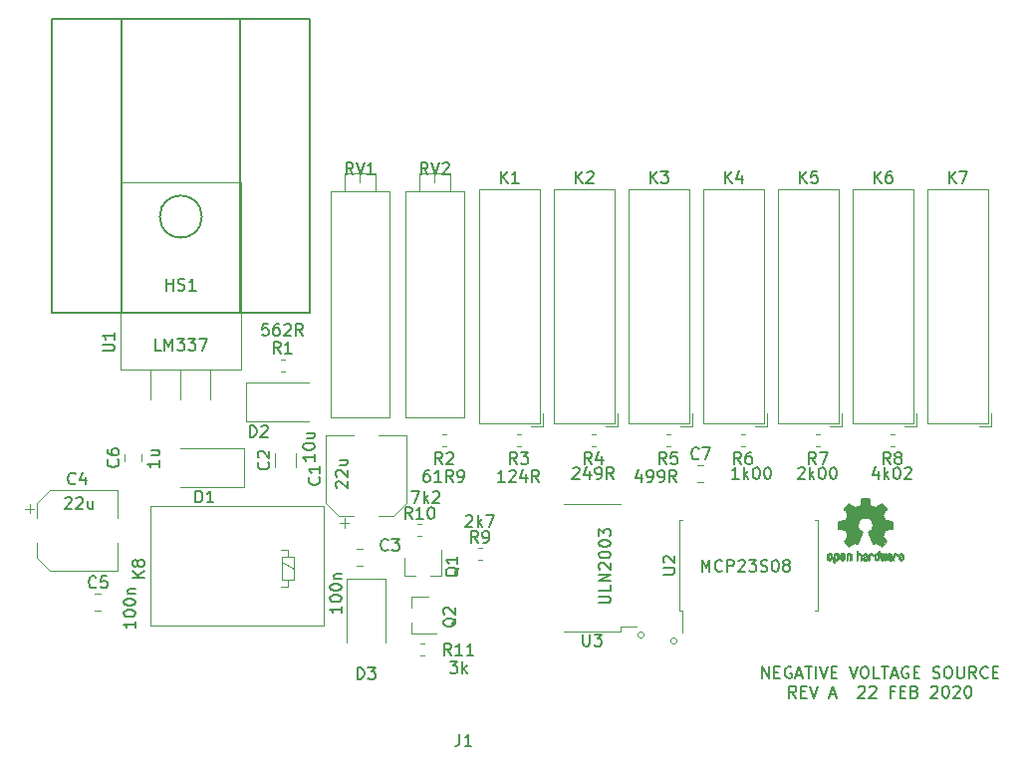
<source format=gbr>
G04 #@! TF.GenerationSoftware,KiCad,Pcbnew,(5.1.5)-3*
G04 #@! TF.CreationDate,2020-02-22T08:37:43-08:00*
G04 #@! TF.ProjectId,voltages,766f6c74-6167-4657-932e-6b696361645f,rev?*
G04 #@! TF.SameCoordinates,Original*
G04 #@! TF.FileFunction,Legend,Top*
G04 #@! TF.FilePolarity,Positive*
%FSLAX46Y46*%
G04 Gerber Fmt 4.6, Leading zero omitted, Abs format (unit mm)*
G04 Created by KiCad (PCBNEW (5.1.5)-3) date 2020-02-22 08:37:43*
%MOMM*%
%LPD*%
G04 APERTURE LIST*
%ADD10C,0.150000*%
%ADD11C,0.120000*%
%ADD12C,0.010000*%
G04 APERTURE END LIST*
D10*
X129422190Y-81161380D02*
X129422190Y-80161380D01*
X129993619Y-81161380D01*
X129993619Y-80161380D01*
X130469809Y-80637571D02*
X130803142Y-80637571D01*
X130946000Y-81161380D02*
X130469809Y-81161380D01*
X130469809Y-80161380D01*
X130946000Y-80161380D01*
X131898380Y-80209000D02*
X131803142Y-80161380D01*
X131660285Y-80161380D01*
X131517428Y-80209000D01*
X131422190Y-80304238D01*
X131374571Y-80399476D01*
X131326952Y-80589952D01*
X131326952Y-80732809D01*
X131374571Y-80923285D01*
X131422190Y-81018523D01*
X131517428Y-81113761D01*
X131660285Y-81161380D01*
X131755523Y-81161380D01*
X131898380Y-81113761D01*
X131946000Y-81066142D01*
X131946000Y-80732809D01*
X131755523Y-80732809D01*
X132326952Y-80875666D02*
X132803142Y-80875666D01*
X132231714Y-81161380D02*
X132565047Y-80161380D01*
X132898380Y-81161380D01*
X133088857Y-80161380D02*
X133660285Y-80161380D01*
X133374571Y-81161380D02*
X133374571Y-80161380D01*
X133993619Y-81161380D02*
X133993619Y-80161380D01*
X134326952Y-80161380D02*
X134660285Y-81161380D01*
X134993619Y-80161380D01*
X135326952Y-80637571D02*
X135660285Y-80637571D01*
X135803142Y-81161380D02*
X135326952Y-81161380D01*
X135326952Y-80161380D01*
X135803142Y-80161380D01*
X136850761Y-80161380D02*
X137184095Y-81161380D01*
X137517428Y-80161380D01*
X138041238Y-80161380D02*
X138231714Y-80161380D01*
X138326952Y-80209000D01*
X138422190Y-80304238D01*
X138469809Y-80494714D01*
X138469809Y-80828047D01*
X138422190Y-81018523D01*
X138326952Y-81113761D01*
X138231714Y-81161380D01*
X138041238Y-81161380D01*
X137946000Y-81113761D01*
X137850761Y-81018523D01*
X137803142Y-80828047D01*
X137803142Y-80494714D01*
X137850761Y-80304238D01*
X137946000Y-80209000D01*
X138041238Y-80161380D01*
X139374571Y-81161380D02*
X138898380Y-81161380D01*
X138898380Y-80161380D01*
X139565047Y-80161380D02*
X140136476Y-80161380D01*
X139850761Y-81161380D02*
X139850761Y-80161380D01*
X140422190Y-80875666D02*
X140898380Y-80875666D01*
X140326952Y-81161380D02*
X140660285Y-80161380D01*
X140993619Y-81161380D01*
X141850761Y-80209000D02*
X141755523Y-80161380D01*
X141612666Y-80161380D01*
X141469809Y-80209000D01*
X141374571Y-80304238D01*
X141326952Y-80399476D01*
X141279333Y-80589952D01*
X141279333Y-80732809D01*
X141326952Y-80923285D01*
X141374571Y-81018523D01*
X141469809Y-81113761D01*
X141612666Y-81161380D01*
X141707904Y-81161380D01*
X141850761Y-81113761D01*
X141898380Y-81066142D01*
X141898380Y-80732809D01*
X141707904Y-80732809D01*
X142326952Y-80637571D02*
X142660285Y-80637571D01*
X142803142Y-81161380D02*
X142326952Y-81161380D01*
X142326952Y-80161380D01*
X142803142Y-80161380D01*
X143946000Y-81113761D02*
X144088857Y-81161380D01*
X144326952Y-81161380D01*
X144422190Y-81113761D01*
X144469809Y-81066142D01*
X144517428Y-80970904D01*
X144517428Y-80875666D01*
X144469809Y-80780428D01*
X144422190Y-80732809D01*
X144326952Y-80685190D01*
X144136476Y-80637571D01*
X144041238Y-80589952D01*
X143993619Y-80542333D01*
X143946000Y-80447095D01*
X143946000Y-80351857D01*
X143993619Y-80256619D01*
X144041238Y-80209000D01*
X144136476Y-80161380D01*
X144374571Y-80161380D01*
X144517428Y-80209000D01*
X145136476Y-80161380D02*
X145326952Y-80161380D01*
X145422190Y-80209000D01*
X145517428Y-80304238D01*
X145565047Y-80494714D01*
X145565047Y-80828047D01*
X145517428Y-81018523D01*
X145422190Y-81113761D01*
X145326952Y-81161380D01*
X145136476Y-81161380D01*
X145041238Y-81113761D01*
X144946000Y-81018523D01*
X144898380Y-80828047D01*
X144898380Y-80494714D01*
X144946000Y-80304238D01*
X145041238Y-80209000D01*
X145136476Y-80161380D01*
X145993619Y-80161380D02*
X145993619Y-80970904D01*
X146041238Y-81066142D01*
X146088857Y-81113761D01*
X146184095Y-81161380D01*
X146374571Y-81161380D01*
X146469809Y-81113761D01*
X146517428Y-81066142D01*
X146565047Y-80970904D01*
X146565047Y-80161380D01*
X147612666Y-81161380D02*
X147279333Y-80685190D01*
X147041238Y-81161380D02*
X147041238Y-80161380D01*
X147422190Y-80161380D01*
X147517428Y-80209000D01*
X147565047Y-80256619D01*
X147612666Y-80351857D01*
X147612666Y-80494714D01*
X147565047Y-80589952D01*
X147517428Y-80637571D01*
X147422190Y-80685190D01*
X147041238Y-80685190D01*
X148612666Y-81066142D02*
X148565047Y-81113761D01*
X148422190Y-81161380D01*
X148326952Y-81161380D01*
X148184095Y-81113761D01*
X148088857Y-81018523D01*
X148041238Y-80923285D01*
X147993619Y-80732809D01*
X147993619Y-80589952D01*
X148041238Y-80399476D01*
X148088857Y-80304238D01*
X148184095Y-80209000D01*
X148326952Y-80161380D01*
X148422190Y-80161380D01*
X148565047Y-80209000D01*
X148612666Y-80256619D01*
X149041238Y-80637571D02*
X149374571Y-80637571D01*
X149517428Y-81161380D02*
X149041238Y-81161380D01*
X149041238Y-80161380D01*
X149517428Y-80161380D01*
X132303142Y-82811380D02*
X131969809Y-82335190D01*
X131731714Y-82811380D02*
X131731714Y-81811380D01*
X132112666Y-81811380D01*
X132207904Y-81859000D01*
X132255523Y-81906619D01*
X132303142Y-82001857D01*
X132303142Y-82144714D01*
X132255523Y-82239952D01*
X132207904Y-82287571D01*
X132112666Y-82335190D01*
X131731714Y-82335190D01*
X132731714Y-82287571D02*
X133065047Y-82287571D01*
X133207904Y-82811380D02*
X132731714Y-82811380D01*
X132731714Y-81811380D01*
X133207904Y-81811380D01*
X133493619Y-81811380D02*
X133826952Y-82811380D01*
X134160285Y-81811380D01*
X135207904Y-82525666D02*
X135684095Y-82525666D01*
X135112666Y-82811380D02*
X135446000Y-81811380D01*
X135779333Y-82811380D01*
X137588857Y-81906619D02*
X137636476Y-81859000D01*
X137731714Y-81811380D01*
X137969809Y-81811380D01*
X138065047Y-81859000D01*
X138112666Y-81906619D01*
X138160285Y-82001857D01*
X138160285Y-82097095D01*
X138112666Y-82239952D01*
X137541238Y-82811380D01*
X138160285Y-82811380D01*
X138541238Y-81906619D02*
X138588857Y-81859000D01*
X138684095Y-81811380D01*
X138922190Y-81811380D01*
X139017428Y-81859000D01*
X139065047Y-81906619D01*
X139112666Y-82001857D01*
X139112666Y-82097095D01*
X139065047Y-82239952D01*
X138493619Y-82811380D01*
X139112666Y-82811380D01*
X140636476Y-82287571D02*
X140303142Y-82287571D01*
X140303142Y-82811380D02*
X140303142Y-81811380D01*
X140779333Y-81811380D01*
X141160285Y-82287571D02*
X141493619Y-82287571D01*
X141636476Y-82811380D02*
X141160285Y-82811380D01*
X141160285Y-81811380D01*
X141636476Y-81811380D01*
X142398380Y-82287571D02*
X142541238Y-82335190D01*
X142588857Y-82382809D01*
X142636476Y-82478047D01*
X142636476Y-82620904D01*
X142588857Y-82716142D01*
X142541238Y-82763761D01*
X142446000Y-82811380D01*
X142065047Y-82811380D01*
X142065047Y-81811380D01*
X142398380Y-81811380D01*
X142493619Y-81859000D01*
X142541238Y-81906619D01*
X142588857Y-82001857D01*
X142588857Y-82097095D01*
X142541238Y-82192333D01*
X142493619Y-82239952D01*
X142398380Y-82287571D01*
X142065047Y-82287571D01*
X143779333Y-81906619D02*
X143826952Y-81859000D01*
X143922190Y-81811380D01*
X144160285Y-81811380D01*
X144255523Y-81859000D01*
X144303142Y-81906619D01*
X144350761Y-82001857D01*
X144350761Y-82097095D01*
X144303142Y-82239952D01*
X143731714Y-82811380D01*
X144350761Y-82811380D01*
X144969809Y-81811380D02*
X145065047Y-81811380D01*
X145160285Y-81859000D01*
X145207904Y-81906619D01*
X145255523Y-82001857D01*
X145303142Y-82192333D01*
X145303142Y-82430428D01*
X145255523Y-82620904D01*
X145207904Y-82716142D01*
X145160285Y-82763761D01*
X145065047Y-82811380D01*
X144969809Y-82811380D01*
X144874571Y-82763761D01*
X144826952Y-82716142D01*
X144779333Y-82620904D01*
X144731714Y-82430428D01*
X144731714Y-82192333D01*
X144779333Y-82001857D01*
X144826952Y-81906619D01*
X144874571Y-81859000D01*
X144969809Y-81811380D01*
X145684095Y-81906619D02*
X145731714Y-81859000D01*
X145826952Y-81811380D01*
X146065047Y-81811380D01*
X146160285Y-81859000D01*
X146207904Y-81906619D01*
X146255523Y-82001857D01*
X146255523Y-82097095D01*
X146207904Y-82239952D01*
X145636476Y-82811380D01*
X146255523Y-82811380D01*
X146874571Y-81811380D02*
X146969809Y-81811380D01*
X147065047Y-81859000D01*
X147112666Y-81906619D01*
X147160285Y-82001857D01*
X147207904Y-82192333D01*
X147207904Y-82430428D01*
X147160285Y-82620904D01*
X147112666Y-82716142D01*
X147065047Y-82763761D01*
X146969809Y-82811380D01*
X146874571Y-82811380D01*
X146779333Y-82763761D01*
X146731714Y-82716142D01*
X146684095Y-82620904D01*
X146636476Y-82430428D01*
X146636476Y-82192333D01*
X146684095Y-82001857D01*
X146731714Y-81906619D01*
X146779333Y-81859000D01*
X146874571Y-81811380D01*
X78319523Y-53284380D02*
X77843333Y-53284380D01*
X77843333Y-52284380D01*
X78652857Y-53284380D02*
X78652857Y-52284380D01*
X78986190Y-52998666D01*
X79319523Y-52284380D01*
X79319523Y-53284380D01*
X79700476Y-52284380D02*
X80319523Y-52284380D01*
X79986190Y-52665333D01*
X80129047Y-52665333D01*
X80224285Y-52712952D01*
X80271904Y-52760571D01*
X80319523Y-52855809D01*
X80319523Y-53093904D01*
X80271904Y-53189142D01*
X80224285Y-53236761D01*
X80129047Y-53284380D01*
X79843333Y-53284380D01*
X79748095Y-53236761D01*
X79700476Y-53189142D01*
X80652857Y-52284380D02*
X81271904Y-52284380D01*
X80938571Y-52665333D01*
X81081428Y-52665333D01*
X81176666Y-52712952D01*
X81224285Y-52760571D01*
X81271904Y-52855809D01*
X81271904Y-53093904D01*
X81224285Y-53189142D01*
X81176666Y-53236761D01*
X81081428Y-53284380D01*
X80795714Y-53284380D01*
X80700476Y-53236761D01*
X80652857Y-53189142D01*
X81605238Y-52284380D02*
X82271904Y-52284380D01*
X81843333Y-53284380D01*
X102893904Y-79716380D02*
X103512952Y-79716380D01*
X103179619Y-80097333D01*
X103322476Y-80097333D01*
X103417714Y-80144952D01*
X103465333Y-80192571D01*
X103512952Y-80287809D01*
X103512952Y-80525904D01*
X103465333Y-80621142D01*
X103417714Y-80668761D01*
X103322476Y-80716380D01*
X103036761Y-80716380D01*
X102941523Y-80668761D01*
X102893904Y-80621142D01*
X103941523Y-80716380D02*
X103941523Y-79716380D01*
X104036761Y-80335428D02*
X104322476Y-80716380D01*
X104322476Y-80049714D02*
X103941523Y-80430666D01*
X104243333Y-67365619D02*
X104290952Y-67318000D01*
X104386190Y-67270380D01*
X104624285Y-67270380D01*
X104719523Y-67318000D01*
X104767142Y-67365619D01*
X104814761Y-67460857D01*
X104814761Y-67556095D01*
X104767142Y-67698952D01*
X104195714Y-68270380D01*
X104814761Y-68270380D01*
X105243333Y-68270380D02*
X105243333Y-67270380D01*
X105338571Y-67889428D02*
X105624285Y-68270380D01*
X105624285Y-67603714D02*
X105243333Y-67984666D01*
X105957619Y-67270380D02*
X106624285Y-67270380D01*
X106195714Y-68270380D01*
X99623714Y-65238380D02*
X100290380Y-65238380D01*
X99861809Y-66238380D01*
X100671333Y-66238380D02*
X100671333Y-65238380D01*
X100766571Y-65857428D02*
X101052285Y-66238380D01*
X101052285Y-65571714D02*
X100671333Y-65952666D01*
X101433238Y-65333619D02*
X101480857Y-65286000D01*
X101576095Y-65238380D01*
X101814190Y-65238380D01*
X101909428Y-65286000D01*
X101957047Y-65333619D01*
X102004666Y-65428857D01*
X102004666Y-65524095D01*
X101957047Y-65666952D01*
X101385619Y-66238380D01*
X102004666Y-66238380D01*
X93670380Y-75033047D02*
X93670380Y-75604476D01*
X93670380Y-75318761D02*
X92670380Y-75318761D01*
X92813238Y-75414000D01*
X92908476Y-75509238D01*
X92956095Y-75604476D01*
X92670380Y-74414000D02*
X92670380Y-74318761D01*
X92718000Y-74223523D01*
X92765619Y-74175904D01*
X92860857Y-74128285D01*
X93051333Y-74080666D01*
X93289428Y-74080666D01*
X93479904Y-74128285D01*
X93575142Y-74175904D01*
X93622761Y-74223523D01*
X93670380Y-74318761D01*
X93670380Y-74414000D01*
X93622761Y-74509238D01*
X93575142Y-74556857D01*
X93479904Y-74604476D01*
X93289428Y-74652095D01*
X93051333Y-74652095D01*
X92860857Y-74604476D01*
X92765619Y-74556857D01*
X92718000Y-74509238D01*
X92670380Y-74414000D01*
X92670380Y-73461619D02*
X92670380Y-73366380D01*
X92718000Y-73271142D01*
X92765619Y-73223523D01*
X92860857Y-73175904D01*
X93051333Y-73128285D01*
X93289428Y-73128285D01*
X93479904Y-73175904D01*
X93575142Y-73223523D01*
X93622761Y-73271142D01*
X93670380Y-73366380D01*
X93670380Y-73461619D01*
X93622761Y-73556857D01*
X93575142Y-73604476D01*
X93479904Y-73652095D01*
X93289428Y-73699714D01*
X93051333Y-73699714D01*
X92860857Y-73652095D01*
X92765619Y-73604476D01*
X92718000Y-73556857D01*
X92670380Y-73461619D01*
X93003714Y-72699714D02*
X93670380Y-72699714D01*
X93098952Y-72699714D02*
X93051333Y-72652095D01*
X93003714Y-72556857D01*
X93003714Y-72414000D01*
X93051333Y-72318761D01*
X93146571Y-72271142D01*
X93670380Y-72271142D01*
X76144380Y-76303047D02*
X76144380Y-76874476D01*
X76144380Y-76588761D02*
X75144380Y-76588761D01*
X75287238Y-76684000D01*
X75382476Y-76779238D01*
X75430095Y-76874476D01*
X75144380Y-75684000D02*
X75144380Y-75588761D01*
X75192000Y-75493523D01*
X75239619Y-75445904D01*
X75334857Y-75398285D01*
X75525333Y-75350666D01*
X75763428Y-75350666D01*
X75953904Y-75398285D01*
X76049142Y-75445904D01*
X76096761Y-75493523D01*
X76144380Y-75588761D01*
X76144380Y-75684000D01*
X76096761Y-75779238D01*
X76049142Y-75826857D01*
X75953904Y-75874476D01*
X75763428Y-75922095D01*
X75525333Y-75922095D01*
X75334857Y-75874476D01*
X75239619Y-75826857D01*
X75192000Y-75779238D01*
X75144380Y-75684000D01*
X75144380Y-74731619D02*
X75144380Y-74636380D01*
X75192000Y-74541142D01*
X75239619Y-74493523D01*
X75334857Y-74445904D01*
X75525333Y-74398285D01*
X75763428Y-74398285D01*
X75953904Y-74445904D01*
X76049142Y-74493523D01*
X76096761Y-74541142D01*
X76144380Y-74636380D01*
X76144380Y-74731619D01*
X76096761Y-74826857D01*
X76049142Y-74874476D01*
X75953904Y-74922095D01*
X75763428Y-74969714D01*
X75525333Y-74969714D01*
X75334857Y-74922095D01*
X75239619Y-74874476D01*
X75192000Y-74826857D01*
X75144380Y-74731619D01*
X75477714Y-73969714D02*
X76144380Y-73969714D01*
X75572952Y-73969714D02*
X75525333Y-73922095D01*
X75477714Y-73826857D01*
X75477714Y-73684000D01*
X75525333Y-73588761D01*
X75620571Y-73541142D01*
X76144380Y-73541142D01*
X78176380Y-62650666D02*
X78176380Y-63222095D01*
X78176380Y-62936380D02*
X77176380Y-62936380D01*
X77319238Y-63031619D01*
X77414476Y-63126857D01*
X77462095Y-63222095D01*
X77509714Y-61793523D02*
X78176380Y-61793523D01*
X77509714Y-62222095D02*
X78033523Y-62222095D01*
X78128761Y-62174476D01*
X78176380Y-62079238D01*
X78176380Y-61936380D01*
X78128761Y-61841142D01*
X78081142Y-61793523D01*
X91384380Y-62110857D02*
X91384380Y-62682285D01*
X91384380Y-62396571D02*
X90384380Y-62396571D01*
X90527238Y-62491809D01*
X90622476Y-62587047D01*
X90670095Y-62682285D01*
X90384380Y-61491809D02*
X90384380Y-61396571D01*
X90432000Y-61301333D01*
X90479619Y-61253714D01*
X90574857Y-61206095D01*
X90765333Y-61158476D01*
X91003428Y-61158476D01*
X91193904Y-61206095D01*
X91289142Y-61253714D01*
X91336761Y-61301333D01*
X91384380Y-61396571D01*
X91384380Y-61491809D01*
X91336761Y-61587047D01*
X91289142Y-61634666D01*
X91193904Y-61682285D01*
X91003428Y-61729904D01*
X90765333Y-61729904D01*
X90574857Y-61682285D01*
X90479619Y-61634666D01*
X90432000Y-61587047D01*
X90384380Y-61491809D01*
X90717714Y-60301333D02*
X91384380Y-60301333D01*
X90717714Y-60729904D02*
X91241523Y-60729904D01*
X91336761Y-60682285D01*
X91384380Y-60587047D01*
X91384380Y-60444190D01*
X91336761Y-60348952D01*
X91289142Y-60301333D01*
X93273619Y-64968285D02*
X93226000Y-64920666D01*
X93178380Y-64825428D01*
X93178380Y-64587333D01*
X93226000Y-64492095D01*
X93273619Y-64444476D01*
X93368857Y-64396857D01*
X93464095Y-64396857D01*
X93606952Y-64444476D01*
X94178380Y-65015904D01*
X94178380Y-64396857D01*
X93273619Y-64015904D02*
X93226000Y-63968285D01*
X93178380Y-63873047D01*
X93178380Y-63634952D01*
X93226000Y-63539714D01*
X93273619Y-63492095D01*
X93368857Y-63444476D01*
X93464095Y-63444476D01*
X93606952Y-63492095D01*
X94178380Y-64063523D01*
X94178380Y-63444476D01*
X93511714Y-62587333D02*
X94178380Y-62587333D01*
X93511714Y-63015904D02*
X94035523Y-63015904D01*
X94130761Y-62968285D01*
X94178380Y-62873047D01*
X94178380Y-62730190D01*
X94130761Y-62634952D01*
X94083142Y-62587333D01*
X70159714Y-65841619D02*
X70207333Y-65794000D01*
X70302571Y-65746380D01*
X70540666Y-65746380D01*
X70635904Y-65794000D01*
X70683523Y-65841619D01*
X70731142Y-65936857D01*
X70731142Y-66032095D01*
X70683523Y-66174952D01*
X70112095Y-66746380D01*
X70731142Y-66746380D01*
X71112095Y-65841619D02*
X71159714Y-65794000D01*
X71254952Y-65746380D01*
X71493047Y-65746380D01*
X71588285Y-65794000D01*
X71635904Y-65841619D01*
X71683523Y-65936857D01*
X71683523Y-66032095D01*
X71635904Y-66174952D01*
X71064476Y-66746380D01*
X71683523Y-66746380D01*
X72540666Y-66079714D02*
X72540666Y-66746380D01*
X72112095Y-66079714D02*
X72112095Y-66603523D01*
X72159714Y-66698761D01*
X72254952Y-66746380D01*
X72397809Y-66746380D01*
X72493047Y-66698761D01*
X72540666Y-66651142D01*
X87431714Y-51014380D02*
X86955523Y-51014380D01*
X86907904Y-51490571D01*
X86955523Y-51442952D01*
X87050761Y-51395333D01*
X87288857Y-51395333D01*
X87384095Y-51442952D01*
X87431714Y-51490571D01*
X87479333Y-51585809D01*
X87479333Y-51823904D01*
X87431714Y-51919142D01*
X87384095Y-51966761D01*
X87288857Y-52014380D01*
X87050761Y-52014380D01*
X86955523Y-51966761D01*
X86907904Y-51919142D01*
X88336476Y-51014380D02*
X88146000Y-51014380D01*
X88050761Y-51062000D01*
X88003142Y-51109619D01*
X87907904Y-51252476D01*
X87860285Y-51442952D01*
X87860285Y-51823904D01*
X87907904Y-51919142D01*
X87955523Y-51966761D01*
X88050761Y-52014380D01*
X88241238Y-52014380D01*
X88336476Y-51966761D01*
X88384095Y-51919142D01*
X88431714Y-51823904D01*
X88431714Y-51585809D01*
X88384095Y-51490571D01*
X88336476Y-51442952D01*
X88241238Y-51395333D01*
X88050761Y-51395333D01*
X87955523Y-51442952D01*
X87907904Y-51490571D01*
X87860285Y-51585809D01*
X88812666Y-51109619D02*
X88860285Y-51062000D01*
X88955523Y-51014380D01*
X89193619Y-51014380D01*
X89288857Y-51062000D01*
X89336476Y-51109619D01*
X89384095Y-51204857D01*
X89384095Y-51300095D01*
X89336476Y-51442952D01*
X88765047Y-52014380D01*
X89384095Y-52014380D01*
X90384095Y-52014380D02*
X90050761Y-51538190D01*
X89812666Y-52014380D02*
X89812666Y-51014380D01*
X90193619Y-51014380D01*
X90288857Y-51062000D01*
X90336476Y-51109619D01*
X90384095Y-51204857D01*
X90384095Y-51347714D01*
X90336476Y-51442952D01*
X90288857Y-51490571D01*
X90193619Y-51538190D01*
X89812666Y-51538190D01*
X101100095Y-63460380D02*
X100909619Y-63460380D01*
X100814380Y-63508000D01*
X100766761Y-63555619D01*
X100671523Y-63698476D01*
X100623904Y-63888952D01*
X100623904Y-64269904D01*
X100671523Y-64365142D01*
X100719142Y-64412761D01*
X100814380Y-64460380D01*
X101004857Y-64460380D01*
X101100095Y-64412761D01*
X101147714Y-64365142D01*
X101195333Y-64269904D01*
X101195333Y-64031809D01*
X101147714Y-63936571D01*
X101100095Y-63888952D01*
X101004857Y-63841333D01*
X100814380Y-63841333D01*
X100719142Y-63888952D01*
X100671523Y-63936571D01*
X100623904Y-64031809D01*
X102147714Y-64460380D02*
X101576285Y-64460380D01*
X101862000Y-64460380D02*
X101862000Y-63460380D01*
X101766761Y-63603238D01*
X101671523Y-63698476D01*
X101576285Y-63746095D01*
X103147714Y-64460380D02*
X102814380Y-63984190D01*
X102576285Y-64460380D02*
X102576285Y-63460380D01*
X102957238Y-63460380D01*
X103052476Y-63508000D01*
X103100095Y-63555619D01*
X103147714Y-63650857D01*
X103147714Y-63793714D01*
X103100095Y-63888952D01*
X103052476Y-63936571D01*
X102957238Y-63984190D01*
X102576285Y-63984190D01*
X103623904Y-64460380D02*
X103814380Y-64460380D01*
X103909619Y-64412761D01*
X103957238Y-64365142D01*
X104052476Y-64222285D01*
X104100095Y-64031809D01*
X104100095Y-63650857D01*
X104052476Y-63555619D01*
X104004857Y-63508000D01*
X103909619Y-63460380D01*
X103719142Y-63460380D01*
X103623904Y-63508000D01*
X103576285Y-63555619D01*
X103528666Y-63650857D01*
X103528666Y-63888952D01*
X103576285Y-63984190D01*
X103623904Y-64031809D01*
X103719142Y-64079428D01*
X103909619Y-64079428D01*
X104004857Y-64031809D01*
X104052476Y-63984190D01*
X104100095Y-63888952D01*
X107545333Y-64460380D02*
X106973904Y-64460380D01*
X107259619Y-64460380D02*
X107259619Y-63460380D01*
X107164380Y-63603238D01*
X107069142Y-63698476D01*
X106973904Y-63746095D01*
X107926285Y-63555619D02*
X107973904Y-63508000D01*
X108069142Y-63460380D01*
X108307238Y-63460380D01*
X108402476Y-63508000D01*
X108450095Y-63555619D01*
X108497714Y-63650857D01*
X108497714Y-63746095D01*
X108450095Y-63888952D01*
X107878666Y-64460380D01*
X108497714Y-64460380D01*
X109354857Y-63793714D02*
X109354857Y-64460380D01*
X109116761Y-63412761D02*
X108878666Y-64127047D01*
X109497714Y-64127047D01*
X110450095Y-64460380D02*
X110116761Y-63984190D01*
X109878666Y-64460380D02*
X109878666Y-63460380D01*
X110259619Y-63460380D01*
X110354857Y-63508000D01*
X110402476Y-63555619D01*
X110450095Y-63650857D01*
X110450095Y-63793714D01*
X110402476Y-63888952D01*
X110354857Y-63936571D01*
X110259619Y-63984190D01*
X109878666Y-63984190D01*
X113323904Y-63301619D02*
X113371523Y-63254000D01*
X113466761Y-63206380D01*
X113704857Y-63206380D01*
X113800095Y-63254000D01*
X113847714Y-63301619D01*
X113895333Y-63396857D01*
X113895333Y-63492095D01*
X113847714Y-63634952D01*
X113276285Y-64206380D01*
X113895333Y-64206380D01*
X114752476Y-63539714D02*
X114752476Y-64206380D01*
X114514380Y-63158761D02*
X114276285Y-63873047D01*
X114895333Y-63873047D01*
X115323904Y-64206380D02*
X115514380Y-64206380D01*
X115609619Y-64158761D01*
X115657238Y-64111142D01*
X115752476Y-63968285D01*
X115800095Y-63777809D01*
X115800095Y-63396857D01*
X115752476Y-63301619D01*
X115704857Y-63254000D01*
X115609619Y-63206380D01*
X115419142Y-63206380D01*
X115323904Y-63254000D01*
X115276285Y-63301619D01*
X115228666Y-63396857D01*
X115228666Y-63634952D01*
X115276285Y-63730190D01*
X115323904Y-63777809D01*
X115419142Y-63825428D01*
X115609619Y-63825428D01*
X115704857Y-63777809D01*
X115752476Y-63730190D01*
X115800095Y-63634952D01*
X116800095Y-64206380D02*
X116466761Y-63730190D01*
X116228666Y-64206380D02*
X116228666Y-63206380D01*
X116609619Y-63206380D01*
X116704857Y-63254000D01*
X116752476Y-63301619D01*
X116800095Y-63396857D01*
X116800095Y-63539714D01*
X116752476Y-63634952D01*
X116704857Y-63682571D01*
X116609619Y-63730190D01*
X116228666Y-63730190D01*
X119134095Y-63793714D02*
X119134095Y-64460380D01*
X118896000Y-63412761D02*
X118657904Y-64127047D01*
X119276952Y-64127047D01*
X119705523Y-64460380D02*
X119896000Y-64460380D01*
X119991238Y-64412761D01*
X120038857Y-64365142D01*
X120134095Y-64222285D01*
X120181714Y-64031809D01*
X120181714Y-63650857D01*
X120134095Y-63555619D01*
X120086476Y-63508000D01*
X119991238Y-63460380D01*
X119800761Y-63460380D01*
X119705523Y-63508000D01*
X119657904Y-63555619D01*
X119610285Y-63650857D01*
X119610285Y-63888952D01*
X119657904Y-63984190D01*
X119705523Y-64031809D01*
X119800761Y-64079428D01*
X119991238Y-64079428D01*
X120086476Y-64031809D01*
X120134095Y-63984190D01*
X120181714Y-63888952D01*
X120657904Y-64460380D02*
X120848380Y-64460380D01*
X120943619Y-64412761D01*
X120991238Y-64365142D01*
X121086476Y-64222285D01*
X121134095Y-64031809D01*
X121134095Y-63650857D01*
X121086476Y-63555619D01*
X121038857Y-63508000D01*
X120943619Y-63460380D01*
X120753142Y-63460380D01*
X120657904Y-63508000D01*
X120610285Y-63555619D01*
X120562666Y-63650857D01*
X120562666Y-63888952D01*
X120610285Y-63984190D01*
X120657904Y-64031809D01*
X120753142Y-64079428D01*
X120943619Y-64079428D01*
X121038857Y-64031809D01*
X121086476Y-63984190D01*
X121134095Y-63888952D01*
X122134095Y-64460380D02*
X121800761Y-63984190D01*
X121562666Y-64460380D02*
X121562666Y-63460380D01*
X121943619Y-63460380D01*
X122038857Y-63508000D01*
X122086476Y-63555619D01*
X122134095Y-63650857D01*
X122134095Y-63793714D01*
X122086476Y-63888952D01*
X122038857Y-63936571D01*
X121943619Y-63984190D01*
X121562666Y-63984190D01*
X127452571Y-64206380D02*
X126881142Y-64206380D01*
X127166857Y-64206380D02*
X127166857Y-63206380D01*
X127071619Y-63349238D01*
X126976380Y-63444476D01*
X126881142Y-63492095D01*
X127881142Y-64206380D02*
X127881142Y-63206380D01*
X127976380Y-63825428D02*
X128262095Y-64206380D01*
X128262095Y-63539714D02*
X127881142Y-63920666D01*
X128881142Y-63206380D02*
X128976380Y-63206380D01*
X129071619Y-63254000D01*
X129119238Y-63301619D01*
X129166857Y-63396857D01*
X129214476Y-63587333D01*
X129214476Y-63825428D01*
X129166857Y-64015904D01*
X129119238Y-64111142D01*
X129071619Y-64158761D01*
X128976380Y-64206380D01*
X128881142Y-64206380D01*
X128785904Y-64158761D01*
X128738285Y-64111142D01*
X128690666Y-64015904D01*
X128643047Y-63825428D01*
X128643047Y-63587333D01*
X128690666Y-63396857D01*
X128738285Y-63301619D01*
X128785904Y-63254000D01*
X128881142Y-63206380D01*
X129833523Y-63206380D02*
X129928761Y-63206380D01*
X130024000Y-63254000D01*
X130071619Y-63301619D01*
X130119238Y-63396857D01*
X130166857Y-63587333D01*
X130166857Y-63825428D01*
X130119238Y-64015904D01*
X130071619Y-64111142D01*
X130024000Y-64158761D01*
X129928761Y-64206380D01*
X129833523Y-64206380D01*
X129738285Y-64158761D01*
X129690666Y-64111142D01*
X129643047Y-64015904D01*
X129595428Y-63825428D01*
X129595428Y-63587333D01*
X129643047Y-63396857D01*
X129690666Y-63301619D01*
X129738285Y-63254000D01*
X129833523Y-63206380D01*
X132469142Y-63301619D02*
X132516761Y-63254000D01*
X132612000Y-63206380D01*
X132850095Y-63206380D01*
X132945333Y-63254000D01*
X132992952Y-63301619D01*
X133040571Y-63396857D01*
X133040571Y-63492095D01*
X132992952Y-63634952D01*
X132421523Y-64206380D01*
X133040571Y-64206380D01*
X133469142Y-64206380D02*
X133469142Y-63206380D01*
X133564380Y-63825428D02*
X133850095Y-64206380D01*
X133850095Y-63539714D02*
X133469142Y-63920666D01*
X134469142Y-63206380D02*
X134564380Y-63206380D01*
X134659619Y-63254000D01*
X134707238Y-63301619D01*
X134754857Y-63396857D01*
X134802476Y-63587333D01*
X134802476Y-63825428D01*
X134754857Y-64015904D01*
X134707238Y-64111142D01*
X134659619Y-64158761D01*
X134564380Y-64206380D01*
X134469142Y-64206380D01*
X134373904Y-64158761D01*
X134326285Y-64111142D01*
X134278666Y-64015904D01*
X134231047Y-63825428D01*
X134231047Y-63587333D01*
X134278666Y-63396857D01*
X134326285Y-63301619D01*
X134373904Y-63254000D01*
X134469142Y-63206380D01*
X135421523Y-63206380D02*
X135516761Y-63206380D01*
X135612000Y-63254000D01*
X135659619Y-63301619D01*
X135707238Y-63396857D01*
X135754857Y-63587333D01*
X135754857Y-63825428D01*
X135707238Y-64015904D01*
X135659619Y-64111142D01*
X135612000Y-64158761D01*
X135516761Y-64206380D01*
X135421523Y-64206380D01*
X135326285Y-64158761D01*
X135278666Y-64111142D01*
X135231047Y-64015904D01*
X135183428Y-63825428D01*
X135183428Y-63587333D01*
X135231047Y-63396857D01*
X135278666Y-63301619D01*
X135326285Y-63254000D01*
X135421523Y-63206380D01*
X139295333Y-63539714D02*
X139295333Y-64206380D01*
X139057238Y-63158761D02*
X138819142Y-63873047D01*
X139438190Y-63873047D01*
X139819142Y-64206380D02*
X139819142Y-63206380D01*
X139914380Y-63825428D02*
X140200095Y-64206380D01*
X140200095Y-63539714D02*
X139819142Y-63920666D01*
X140819142Y-63206380D02*
X140914380Y-63206380D01*
X141009619Y-63254000D01*
X141057238Y-63301619D01*
X141104857Y-63396857D01*
X141152476Y-63587333D01*
X141152476Y-63825428D01*
X141104857Y-64015904D01*
X141057238Y-64111142D01*
X141009619Y-64158761D01*
X140914380Y-64206380D01*
X140819142Y-64206380D01*
X140723904Y-64158761D01*
X140676285Y-64111142D01*
X140628666Y-64015904D01*
X140581047Y-63825428D01*
X140581047Y-63587333D01*
X140628666Y-63396857D01*
X140676285Y-63301619D01*
X140723904Y-63254000D01*
X140819142Y-63206380D01*
X141533428Y-63301619D02*
X141581047Y-63254000D01*
X141676285Y-63206380D01*
X141914380Y-63206380D01*
X142009619Y-63254000D01*
X142057238Y-63301619D01*
X142104857Y-63396857D01*
X142104857Y-63492095D01*
X142057238Y-63634952D01*
X141485809Y-64206380D01*
X142104857Y-64206380D01*
X124301714Y-72080380D02*
X124301714Y-71080380D01*
X124635047Y-71794666D01*
X124968380Y-71080380D01*
X124968380Y-72080380D01*
X126016000Y-71985142D02*
X125968380Y-72032761D01*
X125825523Y-72080380D01*
X125730285Y-72080380D01*
X125587428Y-72032761D01*
X125492190Y-71937523D01*
X125444571Y-71842285D01*
X125396952Y-71651809D01*
X125396952Y-71508952D01*
X125444571Y-71318476D01*
X125492190Y-71223238D01*
X125587428Y-71128000D01*
X125730285Y-71080380D01*
X125825523Y-71080380D01*
X125968380Y-71128000D01*
X126016000Y-71175619D01*
X126444571Y-72080380D02*
X126444571Y-71080380D01*
X126825523Y-71080380D01*
X126920761Y-71128000D01*
X126968380Y-71175619D01*
X127016000Y-71270857D01*
X127016000Y-71413714D01*
X126968380Y-71508952D01*
X126920761Y-71556571D01*
X126825523Y-71604190D01*
X126444571Y-71604190D01*
X127396952Y-71175619D02*
X127444571Y-71128000D01*
X127539809Y-71080380D01*
X127777904Y-71080380D01*
X127873142Y-71128000D01*
X127920761Y-71175619D01*
X127968380Y-71270857D01*
X127968380Y-71366095D01*
X127920761Y-71508952D01*
X127349333Y-72080380D01*
X127968380Y-72080380D01*
X128301714Y-71080380D02*
X128920761Y-71080380D01*
X128587428Y-71461333D01*
X128730285Y-71461333D01*
X128825523Y-71508952D01*
X128873142Y-71556571D01*
X128920761Y-71651809D01*
X128920761Y-71889904D01*
X128873142Y-71985142D01*
X128825523Y-72032761D01*
X128730285Y-72080380D01*
X128444571Y-72080380D01*
X128349333Y-72032761D01*
X128301714Y-71985142D01*
X129301714Y-72032761D02*
X129444571Y-72080380D01*
X129682666Y-72080380D01*
X129777904Y-72032761D01*
X129825523Y-71985142D01*
X129873142Y-71889904D01*
X129873142Y-71794666D01*
X129825523Y-71699428D01*
X129777904Y-71651809D01*
X129682666Y-71604190D01*
X129492190Y-71556571D01*
X129396952Y-71508952D01*
X129349333Y-71461333D01*
X129301714Y-71366095D01*
X129301714Y-71270857D01*
X129349333Y-71175619D01*
X129396952Y-71128000D01*
X129492190Y-71080380D01*
X129730285Y-71080380D01*
X129873142Y-71128000D01*
X130492190Y-71080380D02*
X130587428Y-71080380D01*
X130682666Y-71128000D01*
X130730285Y-71175619D01*
X130777904Y-71270857D01*
X130825523Y-71461333D01*
X130825523Y-71699428D01*
X130777904Y-71889904D01*
X130730285Y-71985142D01*
X130682666Y-72032761D01*
X130587428Y-72080380D01*
X130492190Y-72080380D01*
X130396952Y-72032761D01*
X130349333Y-71985142D01*
X130301714Y-71889904D01*
X130254095Y-71699428D01*
X130254095Y-71461333D01*
X130301714Y-71270857D01*
X130349333Y-71175619D01*
X130396952Y-71128000D01*
X130492190Y-71080380D01*
X131396952Y-71508952D02*
X131301714Y-71461333D01*
X131254095Y-71413714D01*
X131206476Y-71318476D01*
X131206476Y-71270857D01*
X131254095Y-71175619D01*
X131301714Y-71128000D01*
X131396952Y-71080380D01*
X131587428Y-71080380D01*
X131682666Y-71128000D01*
X131730285Y-71175619D01*
X131777904Y-71270857D01*
X131777904Y-71318476D01*
X131730285Y-71413714D01*
X131682666Y-71461333D01*
X131587428Y-71508952D01*
X131396952Y-71508952D01*
X131301714Y-71556571D01*
X131254095Y-71604190D01*
X131206476Y-71699428D01*
X131206476Y-71889904D01*
X131254095Y-71985142D01*
X131301714Y-72032761D01*
X131396952Y-72080380D01*
X131587428Y-72080380D01*
X131682666Y-72032761D01*
X131730285Y-71985142D01*
X131777904Y-71889904D01*
X131777904Y-71699428D01*
X131730285Y-71604190D01*
X131682666Y-71556571D01*
X131587428Y-71508952D01*
X115530380Y-74747047D02*
X116339904Y-74747047D01*
X116435142Y-74699428D01*
X116482761Y-74651809D01*
X116530380Y-74556571D01*
X116530380Y-74366095D01*
X116482761Y-74270857D01*
X116435142Y-74223238D01*
X116339904Y-74175619D01*
X115530380Y-74175619D01*
X116530380Y-73223238D02*
X116530380Y-73699428D01*
X115530380Y-73699428D01*
X116530380Y-72889904D02*
X115530380Y-72889904D01*
X116530380Y-72318476D01*
X115530380Y-72318476D01*
X115625619Y-71889904D02*
X115578000Y-71842285D01*
X115530380Y-71747047D01*
X115530380Y-71508952D01*
X115578000Y-71413714D01*
X115625619Y-71366095D01*
X115720857Y-71318476D01*
X115816095Y-71318476D01*
X115958952Y-71366095D01*
X116530380Y-71937523D01*
X116530380Y-71318476D01*
X115530380Y-70699428D02*
X115530380Y-70604190D01*
X115578000Y-70508952D01*
X115625619Y-70461333D01*
X115720857Y-70413714D01*
X115911333Y-70366095D01*
X116149428Y-70366095D01*
X116339904Y-70413714D01*
X116435142Y-70461333D01*
X116482761Y-70508952D01*
X116530380Y-70604190D01*
X116530380Y-70699428D01*
X116482761Y-70794666D01*
X116435142Y-70842285D01*
X116339904Y-70889904D01*
X116149428Y-70937523D01*
X115911333Y-70937523D01*
X115720857Y-70889904D01*
X115625619Y-70842285D01*
X115578000Y-70794666D01*
X115530380Y-70699428D01*
X115530380Y-69747047D02*
X115530380Y-69651809D01*
X115578000Y-69556571D01*
X115625619Y-69508952D01*
X115720857Y-69461333D01*
X115911333Y-69413714D01*
X116149428Y-69413714D01*
X116339904Y-69461333D01*
X116435142Y-69508952D01*
X116482761Y-69556571D01*
X116530380Y-69651809D01*
X116530380Y-69747047D01*
X116482761Y-69842285D01*
X116435142Y-69889904D01*
X116339904Y-69937523D01*
X116149428Y-69985142D01*
X115911333Y-69985142D01*
X115720857Y-69937523D01*
X115625619Y-69889904D01*
X115578000Y-69842285D01*
X115530380Y-69747047D01*
X115530380Y-69080380D02*
X115530380Y-68461333D01*
X115911333Y-68794666D01*
X115911333Y-68651809D01*
X115958952Y-68556571D01*
X116006571Y-68508952D01*
X116101809Y-68461333D01*
X116339904Y-68461333D01*
X116435142Y-68508952D01*
X116482761Y-68556571D01*
X116530380Y-68651809D01*
X116530380Y-68937523D01*
X116482761Y-69032761D01*
X116435142Y-69080380D01*
D11*
X119380000Y-77470000D02*
G75*
G03X119380000Y-77470000I-254000J0D01*
G01*
X122174000Y-77978000D02*
G75*
G03X122174000Y-77978000I-254000J0D01*
G01*
D12*
G36*
X138279910Y-65822348D02*
G01*
X138358454Y-65822778D01*
X138415298Y-65823942D01*
X138454105Y-65826207D01*
X138478538Y-65829940D01*
X138492262Y-65835506D01*
X138498940Y-65843273D01*
X138502236Y-65853605D01*
X138502556Y-65854943D01*
X138507562Y-65879079D01*
X138516829Y-65926701D01*
X138529392Y-65992741D01*
X138544287Y-66072128D01*
X138560551Y-66159796D01*
X138561119Y-66162875D01*
X138577410Y-66248789D01*
X138592652Y-66324696D01*
X138605861Y-66386045D01*
X138616054Y-66428282D01*
X138622248Y-66446855D01*
X138622543Y-66447184D01*
X138640788Y-66456253D01*
X138678405Y-66471367D01*
X138727271Y-66489262D01*
X138727543Y-66489358D01*
X138789093Y-66512493D01*
X138861657Y-66541965D01*
X138930057Y-66571597D01*
X138933294Y-66573062D01*
X139044702Y-66623626D01*
X139291399Y-66455160D01*
X139367077Y-66403803D01*
X139435631Y-66357889D01*
X139493088Y-66320030D01*
X139535476Y-66292837D01*
X139558825Y-66278921D01*
X139561042Y-66277889D01*
X139578010Y-66282484D01*
X139609701Y-66304655D01*
X139657352Y-66345447D01*
X139722198Y-66405905D01*
X139788397Y-66470227D01*
X139852214Y-66533612D01*
X139909329Y-66591451D01*
X139956305Y-66640175D01*
X139989703Y-66676210D01*
X140006085Y-66695984D01*
X140006694Y-66697002D01*
X140008505Y-66710572D01*
X140001683Y-66732733D01*
X139984540Y-66766478D01*
X139955393Y-66814800D01*
X139912555Y-66880692D01*
X139855448Y-66965517D01*
X139804766Y-67040177D01*
X139759461Y-67107140D01*
X139722150Y-67162516D01*
X139695452Y-67202420D01*
X139681985Y-67222962D01*
X139681137Y-67224356D01*
X139682781Y-67244038D01*
X139695245Y-67282293D01*
X139716048Y-67331889D01*
X139723462Y-67347728D01*
X139755814Y-67418290D01*
X139790328Y-67498353D01*
X139818365Y-67567629D01*
X139838568Y-67619045D01*
X139854615Y-67658119D01*
X139863888Y-67678541D01*
X139865041Y-67680114D01*
X139882096Y-67682721D01*
X139922298Y-67689863D01*
X139980302Y-67700523D01*
X140050763Y-67713685D01*
X140128335Y-67728333D01*
X140207672Y-67743449D01*
X140283431Y-67758018D01*
X140350264Y-67771022D01*
X140402828Y-67781445D01*
X140435776Y-67788270D01*
X140443857Y-67790199D01*
X140452205Y-67794962D01*
X140458506Y-67805718D01*
X140463045Y-67826098D01*
X140466104Y-67859734D01*
X140467967Y-67910255D01*
X140468918Y-67981292D01*
X140469240Y-68076476D01*
X140469257Y-68115492D01*
X140469257Y-68432799D01*
X140393057Y-68447839D01*
X140350663Y-68455995D01*
X140287400Y-68467899D01*
X140210962Y-68482116D01*
X140129043Y-68497210D01*
X140106400Y-68501355D01*
X140030806Y-68516053D01*
X139964953Y-68530505D01*
X139914366Y-68543375D01*
X139884574Y-68553322D01*
X139879612Y-68556287D01*
X139867426Y-68577283D01*
X139849953Y-68617967D01*
X139830577Y-68670322D01*
X139826734Y-68681600D01*
X139801339Y-68751523D01*
X139769817Y-68830418D01*
X139738969Y-68901266D01*
X139738817Y-68901595D01*
X139687447Y-69012733D01*
X139856399Y-69261253D01*
X140025352Y-69509772D01*
X139808429Y-69727058D01*
X139742819Y-69791726D01*
X139682979Y-69848733D01*
X139632267Y-69895033D01*
X139594046Y-69927584D01*
X139571675Y-69943343D01*
X139568466Y-69944343D01*
X139549626Y-69936469D01*
X139511180Y-69914578D01*
X139457330Y-69881267D01*
X139392276Y-69839131D01*
X139321940Y-69791943D01*
X139250555Y-69743810D01*
X139186908Y-69701928D01*
X139135041Y-69668871D01*
X139098995Y-69647218D01*
X139082867Y-69639543D01*
X139063189Y-69646037D01*
X139025875Y-69663150D01*
X138978621Y-69687326D01*
X138973612Y-69690013D01*
X138909977Y-69721927D01*
X138866341Y-69737579D01*
X138839202Y-69737745D01*
X138825057Y-69723204D01*
X138824975Y-69723000D01*
X138817905Y-69705779D01*
X138801042Y-69664899D01*
X138775695Y-69603525D01*
X138743171Y-69524819D01*
X138704778Y-69431947D01*
X138661822Y-69328072D01*
X138620222Y-69227502D01*
X138574504Y-69116516D01*
X138532526Y-69013703D01*
X138495548Y-68922215D01*
X138464827Y-68845201D01*
X138441622Y-68785815D01*
X138427190Y-68747209D01*
X138422743Y-68732800D01*
X138433896Y-68716272D01*
X138463069Y-68689930D01*
X138501971Y-68660887D01*
X138612757Y-68569039D01*
X138699351Y-68463759D01*
X138760716Y-68347266D01*
X138795815Y-68221776D01*
X138803608Y-68089507D01*
X138797943Y-68028457D01*
X138767078Y-67901795D01*
X138713920Y-67789941D01*
X138641767Y-67694001D01*
X138553917Y-67615076D01*
X138453665Y-67554270D01*
X138344310Y-67512687D01*
X138229147Y-67491428D01*
X138111475Y-67491599D01*
X137994590Y-67514301D01*
X137881789Y-67560638D01*
X137776369Y-67631713D01*
X137732368Y-67671911D01*
X137647979Y-67775129D01*
X137589222Y-67887925D01*
X137555704Y-68007010D01*
X137547035Y-68129095D01*
X137562823Y-68250893D01*
X137602678Y-68369116D01*
X137666207Y-68480475D01*
X137753021Y-68581684D01*
X137850029Y-68660887D01*
X137890437Y-68691162D01*
X137918982Y-68717219D01*
X137929257Y-68732825D01*
X137923877Y-68749843D01*
X137908575Y-68790500D01*
X137884612Y-68851642D01*
X137853244Y-68930119D01*
X137815732Y-69022780D01*
X137773333Y-69126472D01*
X137731663Y-69227526D01*
X137685690Y-69338607D01*
X137643107Y-69441541D01*
X137605221Y-69533165D01*
X137573340Y-69610316D01*
X137548771Y-69669831D01*
X137532820Y-69708544D01*
X137526910Y-69723000D01*
X137512948Y-69737685D01*
X137485940Y-69737642D01*
X137442413Y-69722099D01*
X137378890Y-69690284D01*
X137378388Y-69690013D01*
X137330560Y-69665323D01*
X137291897Y-69647338D01*
X137270095Y-69639614D01*
X137269133Y-69639543D01*
X137252721Y-69647378D01*
X137216487Y-69669165D01*
X137164474Y-69702328D01*
X137100725Y-69744291D01*
X137030060Y-69791943D01*
X136958116Y-69840191D01*
X136893274Y-69882151D01*
X136839735Y-69915227D01*
X136801697Y-69936821D01*
X136783533Y-69944343D01*
X136766808Y-69934457D01*
X136733180Y-69906826D01*
X136686010Y-69864495D01*
X136628658Y-69810505D01*
X136564484Y-69747899D01*
X136543497Y-69726983D01*
X136326499Y-69509623D01*
X136491668Y-69267220D01*
X136541864Y-69192781D01*
X136585919Y-69125972D01*
X136621362Y-69070665D01*
X136645719Y-69030729D01*
X136656522Y-69010036D01*
X136656838Y-69008563D01*
X136651143Y-68989058D01*
X136635826Y-68949822D01*
X136613537Y-68897430D01*
X136597893Y-68862355D01*
X136568641Y-68795201D01*
X136541094Y-68727358D01*
X136519737Y-68670034D01*
X136513935Y-68652572D01*
X136497452Y-68605938D01*
X136481340Y-68569905D01*
X136472490Y-68556287D01*
X136452960Y-68547952D01*
X136410334Y-68536137D01*
X136350145Y-68522181D01*
X136277922Y-68507422D01*
X136245600Y-68501355D01*
X136163522Y-68486273D01*
X136084795Y-68471669D01*
X136017109Y-68458980D01*
X135968160Y-68449642D01*
X135958943Y-68447839D01*
X135882743Y-68432799D01*
X135882743Y-68115492D01*
X135882914Y-68011154D01*
X135883616Y-67932213D01*
X135885134Y-67875038D01*
X135887749Y-67835999D01*
X135891746Y-67811465D01*
X135897409Y-67797805D01*
X135905020Y-67791389D01*
X135908143Y-67790199D01*
X135926978Y-67785980D01*
X135968588Y-67777562D01*
X136027630Y-67765961D01*
X136098757Y-67752195D01*
X136176625Y-67737280D01*
X136255887Y-67722232D01*
X136331198Y-67708069D01*
X136397213Y-67695806D01*
X136448587Y-67686461D01*
X136479975Y-67681050D01*
X136486959Y-67680114D01*
X136493285Y-67667596D01*
X136507290Y-67634246D01*
X136526355Y-67586377D01*
X136533634Y-67567629D01*
X136562996Y-67495195D01*
X136597571Y-67415170D01*
X136628537Y-67347728D01*
X136651323Y-67296159D01*
X136666482Y-67253785D01*
X136671542Y-67227834D01*
X136670736Y-67224356D01*
X136660041Y-67207936D01*
X136635620Y-67171417D01*
X136600095Y-67118687D01*
X136556087Y-67053635D01*
X136506217Y-66980151D01*
X136496356Y-66965645D01*
X136438492Y-66879704D01*
X136395956Y-66814261D01*
X136367054Y-66766304D01*
X136350090Y-66732820D01*
X136343367Y-66710795D01*
X136345190Y-66697217D01*
X136345236Y-66697131D01*
X136359586Y-66679297D01*
X136391323Y-66644817D01*
X136437010Y-66597268D01*
X136493204Y-66540222D01*
X136556468Y-66477255D01*
X136563602Y-66470227D01*
X136643330Y-66393020D01*
X136704857Y-66336330D01*
X136749421Y-66299110D01*
X136778257Y-66280315D01*
X136790958Y-66277889D01*
X136809494Y-66288471D01*
X136847961Y-66312916D01*
X136902386Y-66348612D01*
X136968798Y-66392947D01*
X137043225Y-66443311D01*
X137060601Y-66455160D01*
X137307297Y-66623626D01*
X137418706Y-66573062D01*
X137486457Y-66543595D01*
X137559183Y-66513959D01*
X137621703Y-66490330D01*
X137624457Y-66489358D01*
X137673360Y-66471457D01*
X137711057Y-66456320D01*
X137729425Y-66447210D01*
X137729456Y-66447184D01*
X137735285Y-66430717D01*
X137745192Y-66390219D01*
X137758195Y-66330242D01*
X137773309Y-66255340D01*
X137789552Y-66170064D01*
X137790881Y-66162875D01*
X137807175Y-66075014D01*
X137822133Y-65995260D01*
X137834791Y-65928681D01*
X137844186Y-65880347D01*
X137849354Y-65855325D01*
X137849444Y-65854943D01*
X137852589Y-65844299D01*
X137858704Y-65836262D01*
X137871453Y-65830467D01*
X137894500Y-65826547D01*
X137931509Y-65824135D01*
X137986144Y-65822865D01*
X138062067Y-65822371D01*
X138162944Y-65822286D01*
X138176000Y-65822286D01*
X138279910Y-65822348D01*
G37*
X138279910Y-65822348D02*
X138358454Y-65822778D01*
X138415298Y-65823942D01*
X138454105Y-65826207D01*
X138478538Y-65829940D01*
X138492262Y-65835506D01*
X138498940Y-65843273D01*
X138502236Y-65853605D01*
X138502556Y-65854943D01*
X138507562Y-65879079D01*
X138516829Y-65926701D01*
X138529392Y-65992741D01*
X138544287Y-66072128D01*
X138560551Y-66159796D01*
X138561119Y-66162875D01*
X138577410Y-66248789D01*
X138592652Y-66324696D01*
X138605861Y-66386045D01*
X138616054Y-66428282D01*
X138622248Y-66446855D01*
X138622543Y-66447184D01*
X138640788Y-66456253D01*
X138678405Y-66471367D01*
X138727271Y-66489262D01*
X138727543Y-66489358D01*
X138789093Y-66512493D01*
X138861657Y-66541965D01*
X138930057Y-66571597D01*
X138933294Y-66573062D01*
X139044702Y-66623626D01*
X139291399Y-66455160D01*
X139367077Y-66403803D01*
X139435631Y-66357889D01*
X139493088Y-66320030D01*
X139535476Y-66292837D01*
X139558825Y-66278921D01*
X139561042Y-66277889D01*
X139578010Y-66282484D01*
X139609701Y-66304655D01*
X139657352Y-66345447D01*
X139722198Y-66405905D01*
X139788397Y-66470227D01*
X139852214Y-66533612D01*
X139909329Y-66591451D01*
X139956305Y-66640175D01*
X139989703Y-66676210D01*
X140006085Y-66695984D01*
X140006694Y-66697002D01*
X140008505Y-66710572D01*
X140001683Y-66732733D01*
X139984540Y-66766478D01*
X139955393Y-66814800D01*
X139912555Y-66880692D01*
X139855448Y-66965517D01*
X139804766Y-67040177D01*
X139759461Y-67107140D01*
X139722150Y-67162516D01*
X139695452Y-67202420D01*
X139681985Y-67222962D01*
X139681137Y-67224356D01*
X139682781Y-67244038D01*
X139695245Y-67282293D01*
X139716048Y-67331889D01*
X139723462Y-67347728D01*
X139755814Y-67418290D01*
X139790328Y-67498353D01*
X139818365Y-67567629D01*
X139838568Y-67619045D01*
X139854615Y-67658119D01*
X139863888Y-67678541D01*
X139865041Y-67680114D01*
X139882096Y-67682721D01*
X139922298Y-67689863D01*
X139980302Y-67700523D01*
X140050763Y-67713685D01*
X140128335Y-67728333D01*
X140207672Y-67743449D01*
X140283431Y-67758018D01*
X140350264Y-67771022D01*
X140402828Y-67781445D01*
X140435776Y-67788270D01*
X140443857Y-67790199D01*
X140452205Y-67794962D01*
X140458506Y-67805718D01*
X140463045Y-67826098D01*
X140466104Y-67859734D01*
X140467967Y-67910255D01*
X140468918Y-67981292D01*
X140469240Y-68076476D01*
X140469257Y-68115492D01*
X140469257Y-68432799D01*
X140393057Y-68447839D01*
X140350663Y-68455995D01*
X140287400Y-68467899D01*
X140210962Y-68482116D01*
X140129043Y-68497210D01*
X140106400Y-68501355D01*
X140030806Y-68516053D01*
X139964953Y-68530505D01*
X139914366Y-68543375D01*
X139884574Y-68553322D01*
X139879612Y-68556287D01*
X139867426Y-68577283D01*
X139849953Y-68617967D01*
X139830577Y-68670322D01*
X139826734Y-68681600D01*
X139801339Y-68751523D01*
X139769817Y-68830418D01*
X139738969Y-68901266D01*
X139738817Y-68901595D01*
X139687447Y-69012733D01*
X139856399Y-69261253D01*
X140025352Y-69509772D01*
X139808429Y-69727058D01*
X139742819Y-69791726D01*
X139682979Y-69848733D01*
X139632267Y-69895033D01*
X139594046Y-69927584D01*
X139571675Y-69943343D01*
X139568466Y-69944343D01*
X139549626Y-69936469D01*
X139511180Y-69914578D01*
X139457330Y-69881267D01*
X139392276Y-69839131D01*
X139321940Y-69791943D01*
X139250555Y-69743810D01*
X139186908Y-69701928D01*
X139135041Y-69668871D01*
X139098995Y-69647218D01*
X139082867Y-69639543D01*
X139063189Y-69646037D01*
X139025875Y-69663150D01*
X138978621Y-69687326D01*
X138973612Y-69690013D01*
X138909977Y-69721927D01*
X138866341Y-69737579D01*
X138839202Y-69737745D01*
X138825057Y-69723204D01*
X138824975Y-69723000D01*
X138817905Y-69705779D01*
X138801042Y-69664899D01*
X138775695Y-69603525D01*
X138743171Y-69524819D01*
X138704778Y-69431947D01*
X138661822Y-69328072D01*
X138620222Y-69227502D01*
X138574504Y-69116516D01*
X138532526Y-69013703D01*
X138495548Y-68922215D01*
X138464827Y-68845201D01*
X138441622Y-68785815D01*
X138427190Y-68747209D01*
X138422743Y-68732800D01*
X138433896Y-68716272D01*
X138463069Y-68689930D01*
X138501971Y-68660887D01*
X138612757Y-68569039D01*
X138699351Y-68463759D01*
X138760716Y-68347266D01*
X138795815Y-68221776D01*
X138803608Y-68089507D01*
X138797943Y-68028457D01*
X138767078Y-67901795D01*
X138713920Y-67789941D01*
X138641767Y-67694001D01*
X138553917Y-67615076D01*
X138453665Y-67554270D01*
X138344310Y-67512687D01*
X138229147Y-67491428D01*
X138111475Y-67491599D01*
X137994590Y-67514301D01*
X137881789Y-67560638D01*
X137776369Y-67631713D01*
X137732368Y-67671911D01*
X137647979Y-67775129D01*
X137589222Y-67887925D01*
X137555704Y-68007010D01*
X137547035Y-68129095D01*
X137562823Y-68250893D01*
X137602678Y-68369116D01*
X137666207Y-68480475D01*
X137753021Y-68581684D01*
X137850029Y-68660887D01*
X137890437Y-68691162D01*
X137918982Y-68717219D01*
X137929257Y-68732825D01*
X137923877Y-68749843D01*
X137908575Y-68790500D01*
X137884612Y-68851642D01*
X137853244Y-68930119D01*
X137815732Y-69022780D01*
X137773333Y-69126472D01*
X137731663Y-69227526D01*
X137685690Y-69338607D01*
X137643107Y-69441541D01*
X137605221Y-69533165D01*
X137573340Y-69610316D01*
X137548771Y-69669831D01*
X137532820Y-69708544D01*
X137526910Y-69723000D01*
X137512948Y-69737685D01*
X137485940Y-69737642D01*
X137442413Y-69722099D01*
X137378890Y-69690284D01*
X137378388Y-69690013D01*
X137330560Y-69665323D01*
X137291897Y-69647338D01*
X137270095Y-69639614D01*
X137269133Y-69639543D01*
X137252721Y-69647378D01*
X137216487Y-69669165D01*
X137164474Y-69702328D01*
X137100725Y-69744291D01*
X137030060Y-69791943D01*
X136958116Y-69840191D01*
X136893274Y-69882151D01*
X136839735Y-69915227D01*
X136801697Y-69936821D01*
X136783533Y-69944343D01*
X136766808Y-69934457D01*
X136733180Y-69906826D01*
X136686010Y-69864495D01*
X136628658Y-69810505D01*
X136564484Y-69747899D01*
X136543497Y-69726983D01*
X136326499Y-69509623D01*
X136491668Y-69267220D01*
X136541864Y-69192781D01*
X136585919Y-69125972D01*
X136621362Y-69070665D01*
X136645719Y-69030729D01*
X136656522Y-69010036D01*
X136656838Y-69008563D01*
X136651143Y-68989058D01*
X136635826Y-68949822D01*
X136613537Y-68897430D01*
X136597893Y-68862355D01*
X136568641Y-68795201D01*
X136541094Y-68727358D01*
X136519737Y-68670034D01*
X136513935Y-68652572D01*
X136497452Y-68605938D01*
X136481340Y-68569905D01*
X136472490Y-68556287D01*
X136452960Y-68547952D01*
X136410334Y-68536137D01*
X136350145Y-68522181D01*
X136277922Y-68507422D01*
X136245600Y-68501355D01*
X136163522Y-68486273D01*
X136084795Y-68471669D01*
X136017109Y-68458980D01*
X135968160Y-68449642D01*
X135958943Y-68447839D01*
X135882743Y-68432799D01*
X135882743Y-68115492D01*
X135882914Y-68011154D01*
X135883616Y-67932213D01*
X135885134Y-67875038D01*
X135887749Y-67835999D01*
X135891746Y-67811465D01*
X135897409Y-67797805D01*
X135905020Y-67791389D01*
X135908143Y-67790199D01*
X135926978Y-67785980D01*
X135968588Y-67777562D01*
X136027630Y-67765961D01*
X136098757Y-67752195D01*
X136176625Y-67737280D01*
X136255887Y-67722232D01*
X136331198Y-67708069D01*
X136397213Y-67695806D01*
X136448587Y-67686461D01*
X136479975Y-67681050D01*
X136486959Y-67680114D01*
X136493285Y-67667596D01*
X136507290Y-67634246D01*
X136526355Y-67586377D01*
X136533634Y-67567629D01*
X136562996Y-67495195D01*
X136597571Y-67415170D01*
X136628537Y-67347728D01*
X136651323Y-67296159D01*
X136666482Y-67253785D01*
X136671542Y-67227834D01*
X136670736Y-67224356D01*
X136660041Y-67207936D01*
X136635620Y-67171417D01*
X136600095Y-67118687D01*
X136556087Y-67053635D01*
X136506217Y-66980151D01*
X136496356Y-66965645D01*
X136438492Y-66879704D01*
X136395956Y-66814261D01*
X136367054Y-66766304D01*
X136350090Y-66732820D01*
X136343367Y-66710795D01*
X136345190Y-66697217D01*
X136345236Y-66697131D01*
X136359586Y-66679297D01*
X136391323Y-66644817D01*
X136437010Y-66597268D01*
X136493204Y-66540222D01*
X136556468Y-66477255D01*
X136563602Y-66470227D01*
X136643330Y-66393020D01*
X136704857Y-66336330D01*
X136749421Y-66299110D01*
X136778257Y-66280315D01*
X136790958Y-66277889D01*
X136809494Y-66288471D01*
X136847961Y-66312916D01*
X136902386Y-66348612D01*
X136968798Y-66392947D01*
X137043225Y-66443311D01*
X137060601Y-66455160D01*
X137307297Y-66623626D01*
X137418706Y-66573062D01*
X137486457Y-66543595D01*
X137559183Y-66513959D01*
X137621703Y-66490330D01*
X137624457Y-66489358D01*
X137673360Y-66471457D01*
X137711057Y-66456320D01*
X137729425Y-66447210D01*
X137729456Y-66447184D01*
X137735285Y-66430717D01*
X137745192Y-66390219D01*
X137758195Y-66330242D01*
X137773309Y-66255340D01*
X137789552Y-66170064D01*
X137790881Y-66162875D01*
X137807175Y-66075014D01*
X137822133Y-65995260D01*
X137834791Y-65928681D01*
X137844186Y-65880347D01*
X137849354Y-65855325D01*
X137849444Y-65854943D01*
X137852589Y-65844299D01*
X137858704Y-65836262D01*
X137871453Y-65830467D01*
X137894500Y-65826547D01*
X137931509Y-65824135D01*
X137986144Y-65822865D01*
X138062067Y-65822371D01*
X138162944Y-65822286D01*
X138176000Y-65822286D01*
X138279910Y-65822348D01*
G36*
X141329595Y-70546966D02*
G01*
X141387021Y-70584497D01*
X141414719Y-70618096D01*
X141436662Y-70679064D01*
X141438405Y-70727308D01*
X141434457Y-70791816D01*
X141285686Y-70856934D01*
X141213349Y-70890202D01*
X141166084Y-70916964D01*
X141141507Y-70940144D01*
X141137237Y-70962667D01*
X141150889Y-70987455D01*
X141165943Y-71003886D01*
X141209746Y-71030235D01*
X141257389Y-71032081D01*
X141301145Y-71011546D01*
X141333289Y-70970752D01*
X141339038Y-70956347D01*
X141366576Y-70911356D01*
X141398258Y-70892182D01*
X141441714Y-70875779D01*
X141441714Y-70937966D01*
X141437872Y-70980283D01*
X141422823Y-71015969D01*
X141391280Y-71056943D01*
X141386592Y-71062267D01*
X141351506Y-71098720D01*
X141321347Y-71118283D01*
X141283615Y-71127283D01*
X141252335Y-71130230D01*
X141196385Y-71130965D01*
X141156555Y-71121660D01*
X141131708Y-71107846D01*
X141092656Y-71077467D01*
X141065625Y-71044613D01*
X141048517Y-71003294D01*
X141039238Y-70947521D01*
X141035693Y-70871305D01*
X141035410Y-70832622D01*
X141036372Y-70786247D01*
X141124007Y-70786247D01*
X141125023Y-70811126D01*
X141127556Y-70815200D01*
X141144274Y-70809665D01*
X141180249Y-70795017D01*
X141228331Y-70774190D01*
X141238386Y-70769714D01*
X141299152Y-70738814D01*
X141332632Y-70711657D01*
X141339990Y-70686220D01*
X141322391Y-70660481D01*
X141307856Y-70649109D01*
X141255410Y-70626364D01*
X141206322Y-70630122D01*
X141165227Y-70657884D01*
X141136758Y-70707152D01*
X141127631Y-70746257D01*
X141124007Y-70786247D01*
X141036372Y-70786247D01*
X141037285Y-70742249D01*
X141044196Y-70675384D01*
X141057884Y-70626695D01*
X141080096Y-70590849D01*
X141112574Y-70562513D01*
X141126733Y-70553355D01*
X141191053Y-70529507D01*
X141261473Y-70528006D01*
X141329595Y-70546966D01*
G37*
X141329595Y-70546966D02*
X141387021Y-70584497D01*
X141414719Y-70618096D01*
X141436662Y-70679064D01*
X141438405Y-70727308D01*
X141434457Y-70791816D01*
X141285686Y-70856934D01*
X141213349Y-70890202D01*
X141166084Y-70916964D01*
X141141507Y-70940144D01*
X141137237Y-70962667D01*
X141150889Y-70987455D01*
X141165943Y-71003886D01*
X141209746Y-71030235D01*
X141257389Y-71032081D01*
X141301145Y-71011546D01*
X141333289Y-70970752D01*
X141339038Y-70956347D01*
X141366576Y-70911356D01*
X141398258Y-70892182D01*
X141441714Y-70875779D01*
X141441714Y-70937966D01*
X141437872Y-70980283D01*
X141422823Y-71015969D01*
X141391280Y-71056943D01*
X141386592Y-71062267D01*
X141351506Y-71098720D01*
X141321347Y-71118283D01*
X141283615Y-71127283D01*
X141252335Y-71130230D01*
X141196385Y-71130965D01*
X141156555Y-71121660D01*
X141131708Y-71107846D01*
X141092656Y-71077467D01*
X141065625Y-71044613D01*
X141048517Y-71003294D01*
X141039238Y-70947521D01*
X141035693Y-70871305D01*
X141035410Y-70832622D01*
X141036372Y-70786247D01*
X141124007Y-70786247D01*
X141125023Y-70811126D01*
X141127556Y-70815200D01*
X141144274Y-70809665D01*
X141180249Y-70795017D01*
X141228331Y-70774190D01*
X141238386Y-70769714D01*
X141299152Y-70738814D01*
X141332632Y-70711657D01*
X141339990Y-70686220D01*
X141322391Y-70660481D01*
X141307856Y-70649109D01*
X141255410Y-70626364D01*
X141206322Y-70630122D01*
X141165227Y-70657884D01*
X141136758Y-70707152D01*
X141127631Y-70746257D01*
X141124007Y-70786247D01*
X141036372Y-70786247D01*
X141037285Y-70742249D01*
X141044196Y-70675384D01*
X141057884Y-70626695D01*
X141080096Y-70590849D01*
X141112574Y-70562513D01*
X141126733Y-70553355D01*
X141191053Y-70529507D01*
X141261473Y-70528006D01*
X141329595Y-70546966D01*
G36*
X140828600Y-70538752D02*
G01*
X140845948Y-70546334D01*
X140887356Y-70579128D01*
X140922765Y-70626547D01*
X140944664Y-70677151D01*
X140948229Y-70702098D01*
X140936279Y-70736927D01*
X140910067Y-70755357D01*
X140881964Y-70766516D01*
X140869095Y-70768572D01*
X140862829Y-70753649D01*
X140850456Y-70721175D01*
X140845028Y-70706502D01*
X140814590Y-70655744D01*
X140770520Y-70630427D01*
X140714010Y-70631206D01*
X140709825Y-70632203D01*
X140679655Y-70646507D01*
X140657476Y-70674393D01*
X140642327Y-70719287D01*
X140633250Y-70784615D01*
X140629286Y-70873804D01*
X140628914Y-70921261D01*
X140628730Y-70996071D01*
X140627522Y-71047069D01*
X140624309Y-71079471D01*
X140618109Y-71098495D01*
X140607940Y-71109356D01*
X140592819Y-71117272D01*
X140591946Y-71117670D01*
X140562828Y-71129981D01*
X140548403Y-71134514D01*
X140546186Y-71120809D01*
X140544289Y-71082925D01*
X140542847Y-71025715D01*
X140541998Y-70954027D01*
X140541829Y-70901565D01*
X140542692Y-70800047D01*
X140546070Y-70723032D01*
X140553142Y-70666023D01*
X140565088Y-70624526D01*
X140583090Y-70594043D01*
X140608327Y-70570080D01*
X140633247Y-70553355D01*
X140693171Y-70531097D01*
X140762911Y-70526076D01*
X140828600Y-70538752D01*
G37*
X140828600Y-70538752D02*
X140845948Y-70546334D01*
X140887356Y-70579128D01*
X140922765Y-70626547D01*
X140944664Y-70677151D01*
X140948229Y-70702098D01*
X140936279Y-70736927D01*
X140910067Y-70755357D01*
X140881964Y-70766516D01*
X140869095Y-70768572D01*
X140862829Y-70753649D01*
X140850456Y-70721175D01*
X140845028Y-70706502D01*
X140814590Y-70655744D01*
X140770520Y-70630427D01*
X140714010Y-70631206D01*
X140709825Y-70632203D01*
X140679655Y-70646507D01*
X140657476Y-70674393D01*
X140642327Y-70719287D01*
X140633250Y-70784615D01*
X140629286Y-70873804D01*
X140628914Y-70921261D01*
X140628730Y-70996071D01*
X140627522Y-71047069D01*
X140624309Y-71079471D01*
X140618109Y-71098495D01*
X140607940Y-71109356D01*
X140592819Y-71117272D01*
X140591946Y-71117670D01*
X140562828Y-71129981D01*
X140548403Y-71134514D01*
X140546186Y-71120809D01*
X140544289Y-71082925D01*
X140542847Y-71025715D01*
X140541998Y-70954027D01*
X140541829Y-70901565D01*
X140542692Y-70800047D01*
X140546070Y-70723032D01*
X140553142Y-70666023D01*
X140565088Y-70624526D01*
X140583090Y-70594043D01*
X140608327Y-70570080D01*
X140633247Y-70553355D01*
X140693171Y-70531097D01*
X140762911Y-70526076D01*
X140828600Y-70538752D01*
G36*
X140320876Y-70536335D02*
G01*
X140362667Y-70555344D01*
X140395469Y-70578378D01*
X140419503Y-70604133D01*
X140436097Y-70637358D01*
X140446577Y-70682800D01*
X140452271Y-70745207D01*
X140454507Y-70829327D01*
X140454743Y-70884721D01*
X140454743Y-71100826D01*
X140417774Y-71117670D01*
X140388656Y-71129981D01*
X140374231Y-71134514D01*
X140371472Y-71121025D01*
X140369282Y-71084653D01*
X140367942Y-71031542D01*
X140367657Y-70989372D01*
X140366434Y-70928447D01*
X140363136Y-70880115D01*
X140358321Y-70850518D01*
X140354496Y-70844229D01*
X140328783Y-70850652D01*
X140288418Y-70867125D01*
X140241679Y-70889458D01*
X140196845Y-70913457D01*
X140162193Y-70934930D01*
X140146002Y-70949685D01*
X140145938Y-70949845D01*
X140147330Y-70977152D01*
X140159818Y-71003219D01*
X140181743Y-71024392D01*
X140213743Y-71031474D01*
X140241092Y-71030649D01*
X140279826Y-71030042D01*
X140300158Y-71039116D01*
X140312369Y-71063092D01*
X140313909Y-71067613D01*
X140319203Y-71101806D01*
X140305047Y-71122568D01*
X140268148Y-71132462D01*
X140228289Y-71134292D01*
X140156562Y-71120727D01*
X140119432Y-71101355D01*
X140073576Y-71055845D01*
X140049256Y-70999983D01*
X140047073Y-70940957D01*
X140067629Y-70885953D01*
X140098549Y-70851486D01*
X140129420Y-70832189D01*
X140177942Y-70807759D01*
X140234485Y-70782985D01*
X140243910Y-70779199D01*
X140306019Y-70751791D01*
X140341822Y-70727634D01*
X140353337Y-70703619D01*
X140342580Y-70676635D01*
X140324114Y-70655543D01*
X140280469Y-70629572D01*
X140232446Y-70627624D01*
X140188406Y-70647637D01*
X140156709Y-70687551D01*
X140152549Y-70697848D01*
X140128327Y-70735724D01*
X140092965Y-70763842D01*
X140048343Y-70786917D01*
X140048343Y-70721485D01*
X140050969Y-70681506D01*
X140062230Y-70649997D01*
X140087199Y-70616378D01*
X140111169Y-70590484D01*
X140148441Y-70553817D01*
X140177401Y-70534121D01*
X140208505Y-70526220D01*
X140243713Y-70524914D01*
X140320876Y-70536335D01*
G37*
X140320876Y-70536335D02*
X140362667Y-70555344D01*
X140395469Y-70578378D01*
X140419503Y-70604133D01*
X140436097Y-70637358D01*
X140446577Y-70682800D01*
X140452271Y-70745207D01*
X140454507Y-70829327D01*
X140454743Y-70884721D01*
X140454743Y-71100826D01*
X140417774Y-71117670D01*
X140388656Y-71129981D01*
X140374231Y-71134514D01*
X140371472Y-71121025D01*
X140369282Y-71084653D01*
X140367942Y-71031542D01*
X140367657Y-70989372D01*
X140366434Y-70928447D01*
X140363136Y-70880115D01*
X140358321Y-70850518D01*
X140354496Y-70844229D01*
X140328783Y-70850652D01*
X140288418Y-70867125D01*
X140241679Y-70889458D01*
X140196845Y-70913457D01*
X140162193Y-70934930D01*
X140146002Y-70949685D01*
X140145938Y-70949845D01*
X140147330Y-70977152D01*
X140159818Y-71003219D01*
X140181743Y-71024392D01*
X140213743Y-71031474D01*
X140241092Y-71030649D01*
X140279826Y-71030042D01*
X140300158Y-71039116D01*
X140312369Y-71063092D01*
X140313909Y-71067613D01*
X140319203Y-71101806D01*
X140305047Y-71122568D01*
X140268148Y-71132462D01*
X140228289Y-71134292D01*
X140156562Y-71120727D01*
X140119432Y-71101355D01*
X140073576Y-71055845D01*
X140049256Y-70999983D01*
X140047073Y-70940957D01*
X140067629Y-70885953D01*
X140098549Y-70851486D01*
X140129420Y-70832189D01*
X140177942Y-70807759D01*
X140234485Y-70782985D01*
X140243910Y-70779199D01*
X140306019Y-70751791D01*
X140341822Y-70727634D01*
X140353337Y-70703619D01*
X140342580Y-70676635D01*
X140324114Y-70655543D01*
X140280469Y-70629572D01*
X140232446Y-70627624D01*
X140188406Y-70647637D01*
X140156709Y-70687551D01*
X140152549Y-70697848D01*
X140128327Y-70735724D01*
X140092965Y-70763842D01*
X140048343Y-70786917D01*
X140048343Y-70721485D01*
X140050969Y-70681506D01*
X140062230Y-70649997D01*
X140087199Y-70616378D01*
X140111169Y-70590484D01*
X140148441Y-70553817D01*
X140177401Y-70534121D01*
X140208505Y-70526220D01*
X140243713Y-70524914D01*
X140320876Y-70536335D01*
G36*
X139955833Y-70538663D02*
G01*
X139958048Y-70576850D01*
X139959784Y-70634886D01*
X139960899Y-70708180D01*
X139961257Y-70785055D01*
X139961257Y-71045196D01*
X139915326Y-71091127D01*
X139883675Y-71119429D01*
X139855890Y-71130893D01*
X139817915Y-71130168D01*
X139802840Y-71128321D01*
X139755726Y-71122948D01*
X139716756Y-71119869D01*
X139707257Y-71119585D01*
X139675233Y-71121445D01*
X139629432Y-71126114D01*
X139611674Y-71128321D01*
X139568057Y-71131735D01*
X139538745Y-71124320D01*
X139509680Y-71101427D01*
X139499188Y-71091127D01*
X139453257Y-71045196D01*
X139453257Y-70558602D01*
X139490226Y-70541758D01*
X139522059Y-70529282D01*
X139540683Y-70524914D01*
X139545458Y-70538718D01*
X139549921Y-70577286D01*
X139553775Y-70636356D01*
X139556722Y-70711663D01*
X139558143Y-70775286D01*
X139562114Y-71025657D01*
X139596759Y-71030556D01*
X139628268Y-71027131D01*
X139643708Y-71016041D01*
X139648023Y-70995308D01*
X139651708Y-70951145D01*
X139654469Y-70889146D01*
X139656012Y-70814909D01*
X139656235Y-70776706D01*
X139656457Y-70556783D01*
X139702166Y-70540849D01*
X139734518Y-70530015D01*
X139752115Y-70524962D01*
X139752623Y-70524914D01*
X139754388Y-70538648D01*
X139756329Y-70576730D01*
X139758282Y-70634482D01*
X139760084Y-70707227D01*
X139761343Y-70775286D01*
X139765314Y-71025657D01*
X139852400Y-71025657D01*
X139856396Y-70797240D01*
X139860392Y-70568822D01*
X139902847Y-70546868D01*
X139934192Y-70531793D01*
X139952744Y-70524951D01*
X139953279Y-70524914D01*
X139955833Y-70538663D01*
G37*
X139955833Y-70538663D02*
X139958048Y-70576850D01*
X139959784Y-70634886D01*
X139960899Y-70708180D01*
X139961257Y-70785055D01*
X139961257Y-71045196D01*
X139915326Y-71091127D01*
X139883675Y-71119429D01*
X139855890Y-71130893D01*
X139817915Y-71130168D01*
X139802840Y-71128321D01*
X139755726Y-71122948D01*
X139716756Y-71119869D01*
X139707257Y-71119585D01*
X139675233Y-71121445D01*
X139629432Y-71126114D01*
X139611674Y-71128321D01*
X139568057Y-71131735D01*
X139538745Y-71124320D01*
X139509680Y-71101427D01*
X139499188Y-71091127D01*
X139453257Y-71045196D01*
X139453257Y-70558602D01*
X139490226Y-70541758D01*
X139522059Y-70529282D01*
X139540683Y-70524914D01*
X139545458Y-70538718D01*
X139549921Y-70577286D01*
X139553775Y-70636356D01*
X139556722Y-70711663D01*
X139558143Y-70775286D01*
X139562114Y-71025657D01*
X139596759Y-71030556D01*
X139628268Y-71027131D01*
X139643708Y-71016041D01*
X139648023Y-70995308D01*
X139651708Y-70951145D01*
X139654469Y-70889146D01*
X139656012Y-70814909D01*
X139656235Y-70776706D01*
X139656457Y-70556783D01*
X139702166Y-70540849D01*
X139734518Y-70530015D01*
X139752115Y-70524962D01*
X139752623Y-70524914D01*
X139754388Y-70538648D01*
X139756329Y-70576730D01*
X139758282Y-70634482D01*
X139760084Y-70707227D01*
X139761343Y-70775286D01*
X139765314Y-71025657D01*
X139852400Y-71025657D01*
X139856396Y-70797240D01*
X139860392Y-70568822D01*
X139902847Y-70546868D01*
X139934192Y-70531793D01*
X139952744Y-70524951D01*
X139953279Y-70524914D01*
X139955833Y-70538663D01*
G36*
X139366117Y-70645358D02*
G01*
X139365933Y-70753837D01*
X139365219Y-70837287D01*
X139363675Y-70899704D01*
X139361001Y-70945085D01*
X139356894Y-70977429D01*
X139351055Y-71000733D01*
X139343182Y-71018995D01*
X139337221Y-71029418D01*
X139287855Y-71085945D01*
X139225264Y-71121377D01*
X139156013Y-71134090D01*
X139086668Y-71122463D01*
X139045375Y-71101568D01*
X139002025Y-71065422D01*
X138972481Y-71021276D01*
X138954655Y-70963462D01*
X138946463Y-70886313D01*
X138945302Y-70829714D01*
X138945458Y-70825647D01*
X139046857Y-70825647D01*
X139047476Y-70890550D01*
X139050314Y-70933514D01*
X139056840Y-70961622D01*
X139068523Y-70981953D01*
X139082483Y-70997288D01*
X139129365Y-71026890D01*
X139179701Y-71029419D01*
X139227276Y-71004705D01*
X139230979Y-71001356D01*
X139246783Y-70983935D01*
X139256693Y-70963209D01*
X139262058Y-70932362D01*
X139264228Y-70884577D01*
X139264571Y-70831748D01*
X139263827Y-70765381D01*
X139260748Y-70721106D01*
X139254061Y-70692009D01*
X139242496Y-70671173D01*
X139233013Y-70660107D01*
X139188960Y-70632198D01*
X139138224Y-70628843D01*
X139089796Y-70650159D01*
X139080450Y-70658073D01*
X139064540Y-70675647D01*
X139054610Y-70696587D01*
X139049278Y-70727782D01*
X139047163Y-70776122D01*
X139046857Y-70825647D01*
X138945458Y-70825647D01*
X138948810Y-70738568D01*
X138960726Y-70670086D01*
X138983135Y-70618600D01*
X139018124Y-70578443D01*
X139045375Y-70557861D01*
X139094907Y-70535625D01*
X139152316Y-70525304D01*
X139205682Y-70528067D01*
X139235543Y-70539212D01*
X139247261Y-70542383D01*
X139255037Y-70530557D01*
X139260465Y-70498866D01*
X139264571Y-70450593D01*
X139269067Y-70396829D01*
X139275313Y-70364482D01*
X139286676Y-70345985D01*
X139306528Y-70333770D01*
X139319000Y-70328362D01*
X139366171Y-70308601D01*
X139366117Y-70645358D01*
G37*
X139366117Y-70645358D02*
X139365933Y-70753837D01*
X139365219Y-70837287D01*
X139363675Y-70899704D01*
X139361001Y-70945085D01*
X139356894Y-70977429D01*
X139351055Y-71000733D01*
X139343182Y-71018995D01*
X139337221Y-71029418D01*
X139287855Y-71085945D01*
X139225264Y-71121377D01*
X139156013Y-71134090D01*
X139086668Y-71122463D01*
X139045375Y-71101568D01*
X139002025Y-71065422D01*
X138972481Y-71021276D01*
X138954655Y-70963462D01*
X138946463Y-70886313D01*
X138945302Y-70829714D01*
X138945458Y-70825647D01*
X139046857Y-70825647D01*
X139047476Y-70890550D01*
X139050314Y-70933514D01*
X139056840Y-70961622D01*
X139068523Y-70981953D01*
X139082483Y-70997288D01*
X139129365Y-71026890D01*
X139179701Y-71029419D01*
X139227276Y-71004705D01*
X139230979Y-71001356D01*
X139246783Y-70983935D01*
X139256693Y-70963209D01*
X139262058Y-70932362D01*
X139264228Y-70884577D01*
X139264571Y-70831748D01*
X139263827Y-70765381D01*
X139260748Y-70721106D01*
X139254061Y-70692009D01*
X139242496Y-70671173D01*
X139233013Y-70660107D01*
X139188960Y-70632198D01*
X139138224Y-70628843D01*
X139089796Y-70650159D01*
X139080450Y-70658073D01*
X139064540Y-70675647D01*
X139054610Y-70696587D01*
X139049278Y-70727782D01*
X139047163Y-70776122D01*
X139046857Y-70825647D01*
X138945458Y-70825647D01*
X138948810Y-70738568D01*
X138960726Y-70670086D01*
X138983135Y-70618600D01*
X139018124Y-70578443D01*
X139045375Y-70557861D01*
X139094907Y-70535625D01*
X139152316Y-70525304D01*
X139205682Y-70528067D01*
X139235543Y-70539212D01*
X139247261Y-70542383D01*
X139255037Y-70530557D01*
X139260465Y-70498866D01*
X139264571Y-70450593D01*
X139269067Y-70396829D01*
X139275313Y-70364482D01*
X139286676Y-70345985D01*
X139306528Y-70333770D01*
X139319000Y-70328362D01*
X139366171Y-70308601D01*
X139366117Y-70645358D01*
G36*
X138705926Y-70529755D02*
G01*
X138771858Y-70554084D01*
X138825273Y-70597117D01*
X138846164Y-70627409D01*
X138868939Y-70682994D01*
X138868466Y-70723186D01*
X138844562Y-70750217D01*
X138835717Y-70754813D01*
X138797530Y-70769144D01*
X138778028Y-70765472D01*
X138771422Y-70741407D01*
X138771086Y-70728114D01*
X138758992Y-70679210D01*
X138727471Y-70644999D01*
X138683659Y-70628476D01*
X138634695Y-70632634D01*
X138594894Y-70654227D01*
X138581450Y-70666544D01*
X138571921Y-70681487D01*
X138565485Y-70704075D01*
X138561317Y-70739328D01*
X138558597Y-70792266D01*
X138556502Y-70867907D01*
X138555960Y-70891857D01*
X138553981Y-70973790D01*
X138551731Y-71031455D01*
X138548357Y-71069608D01*
X138543006Y-71093004D01*
X138534824Y-71106398D01*
X138522959Y-71114545D01*
X138515362Y-71118144D01*
X138483102Y-71130452D01*
X138464111Y-71134514D01*
X138457836Y-71120948D01*
X138454006Y-71079934D01*
X138452600Y-71010999D01*
X138453598Y-70913669D01*
X138453908Y-70898657D01*
X138456101Y-70809859D01*
X138458693Y-70745019D01*
X138462382Y-70699067D01*
X138467864Y-70666935D01*
X138475835Y-70643553D01*
X138486993Y-70623852D01*
X138492830Y-70615410D01*
X138526296Y-70578057D01*
X138563727Y-70549003D01*
X138568309Y-70546467D01*
X138635426Y-70526443D01*
X138705926Y-70529755D01*
G37*
X138705926Y-70529755D02*
X138771858Y-70554084D01*
X138825273Y-70597117D01*
X138846164Y-70627409D01*
X138868939Y-70682994D01*
X138868466Y-70723186D01*
X138844562Y-70750217D01*
X138835717Y-70754813D01*
X138797530Y-70769144D01*
X138778028Y-70765472D01*
X138771422Y-70741407D01*
X138771086Y-70728114D01*
X138758992Y-70679210D01*
X138727471Y-70644999D01*
X138683659Y-70628476D01*
X138634695Y-70632634D01*
X138594894Y-70654227D01*
X138581450Y-70666544D01*
X138571921Y-70681487D01*
X138565485Y-70704075D01*
X138561317Y-70739328D01*
X138558597Y-70792266D01*
X138556502Y-70867907D01*
X138555960Y-70891857D01*
X138553981Y-70973790D01*
X138551731Y-71031455D01*
X138548357Y-71069608D01*
X138543006Y-71093004D01*
X138534824Y-71106398D01*
X138522959Y-71114545D01*
X138515362Y-71118144D01*
X138483102Y-71130452D01*
X138464111Y-71134514D01*
X138457836Y-71120948D01*
X138454006Y-71079934D01*
X138452600Y-71010999D01*
X138453598Y-70913669D01*
X138453908Y-70898657D01*
X138456101Y-70809859D01*
X138458693Y-70745019D01*
X138462382Y-70699067D01*
X138467864Y-70666935D01*
X138475835Y-70643553D01*
X138486993Y-70623852D01*
X138492830Y-70615410D01*
X138526296Y-70578057D01*
X138563727Y-70549003D01*
X138568309Y-70546467D01*
X138635426Y-70526443D01*
X138705926Y-70529755D01*
G36*
X138215744Y-70530968D02*
G01*
X138272616Y-70552087D01*
X138273267Y-70552493D01*
X138308440Y-70578380D01*
X138334407Y-70608633D01*
X138352670Y-70648058D01*
X138364732Y-70701462D01*
X138372096Y-70773651D01*
X138376264Y-70869432D01*
X138376629Y-70883078D01*
X138381876Y-71088842D01*
X138337716Y-71111678D01*
X138305763Y-71127110D01*
X138286470Y-71134423D01*
X138285578Y-71134514D01*
X138282239Y-71121022D01*
X138279587Y-71084626D01*
X138277956Y-71031452D01*
X138277600Y-70988393D01*
X138277592Y-70918641D01*
X138274403Y-70874837D01*
X138263288Y-70853944D01*
X138239501Y-70852925D01*
X138198296Y-70868741D01*
X138136086Y-70897815D01*
X138090341Y-70921963D01*
X138066813Y-70942913D01*
X138059896Y-70965747D01*
X138059886Y-70966877D01*
X138071299Y-71006212D01*
X138105092Y-71027462D01*
X138156809Y-71030539D01*
X138194061Y-71030006D01*
X138213703Y-71040735D01*
X138225952Y-71066505D01*
X138233002Y-71099337D01*
X138222842Y-71117966D01*
X138219017Y-71120632D01*
X138183001Y-71131340D01*
X138132566Y-71132856D01*
X138080626Y-71125759D01*
X138043822Y-71112788D01*
X137992938Y-71069585D01*
X137964014Y-71009446D01*
X137958286Y-70962462D01*
X137962657Y-70920082D01*
X137978475Y-70885488D01*
X138009797Y-70854763D01*
X138060678Y-70823990D01*
X138135176Y-70789252D01*
X138139714Y-70787288D01*
X138206821Y-70756287D01*
X138248232Y-70730862D01*
X138265981Y-70708014D01*
X138262107Y-70684745D01*
X138238643Y-70658056D01*
X138231627Y-70651914D01*
X138184630Y-70628100D01*
X138135933Y-70629103D01*
X138093522Y-70652451D01*
X138065384Y-70695675D01*
X138062769Y-70704160D01*
X138037308Y-70745308D01*
X138005001Y-70765128D01*
X137958286Y-70784770D01*
X137958286Y-70733950D01*
X137972496Y-70660082D01*
X138014675Y-70592327D01*
X138036624Y-70569661D01*
X138086517Y-70540569D01*
X138149967Y-70527400D01*
X138215744Y-70530968D01*
G37*
X138215744Y-70530968D02*
X138272616Y-70552087D01*
X138273267Y-70552493D01*
X138308440Y-70578380D01*
X138334407Y-70608633D01*
X138352670Y-70648058D01*
X138364732Y-70701462D01*
X138372096Y-70773651D01*
X138376264Y-70869432D01*
X138376629Y-70883078D01*
X138381876Y-71088842D01*
X138337716Y-71111678D01*
X138305763Y-71127110D01*
X138286470Y-71134423D01*
X138285578Y-71134514D01*
X138282239Y-71121022D01*
X138279587Y-71084626D01*
X138277956Y-71031452D01*
X138277600Y-70988393D01*
X138277592Y-70918641D01*
X138274403Y-70874837D01*
X138263288Y-70853944D01*
X138239501Y-70852925D01*
X138198296Y-70868741D01*
X138136086Y-70897815D01*
X138090341Y-70921963D01*
X138066813Y-70942913D01*
X138059896Y-70965747D01*
X138059886Y-70966877D01*
X138071299Y-71006212D01*
X138105092Y-71027462D01*
X138156809Y-71030539D01*
X138194061Y-71030006D01*
X138213703Y-71040735D01*
X138225952Y-71066505D01*
X138233002Y-71099337D01*
X138222842Y-71117966D01*
X138219017Y-71120632D01*
X138183001Y-71131340D01*
X138132566Y-71132856D01*
X138080626Y-71125759D01*
X138043822Y-71112788D01*
X137992938Y-71069585D01*
X137964014Y-71009446D01*
X137958286Y-70962462D01*
X137962657Y-70920082D01*
X137978475Y-70885488D01*
X138009797Y-70854763D01*
X138060678Y-70823990D01*
X138135176Y-70789252D01*
X138139714Y-70787288D01*
X138206821Y-70756287D01*
X138248232Y-70730862D01*
X138265981Y-70708014D01*
X138262107Y-70684745D01*
X138238643Y-70658056D01*
X138231627Y-70651914D01*
X138184630Y-70628100D01*
X138135933Y-70629103D01*
X138093522Y-70652451D01*
X138065384Y-70695675D01*
X138062769Y-70704160D01*
X138037308Y-70745308D01*
X138005001Y-70765128D01*
X137958286Y-70784770D01*
X137958286Y-70733950D01*
X137972496Y-70660082D01*
X138014675Y-70592327D01*
X138036624Y-70569661D01*
X138086517Y-70540569D01*
X138149967Y-70527400D01*
X138215744Y-70530968D01*
G36*
X137551886Y-70431289D02*
G01*
X137556139Y-70490613D01*
X137561025Y-70525572D01*
X137567795Y-70540820D01*
X137577702Y-70541015D01*
X137580914Y-70539195D01*
X137623644Y-70526015D01*
X137679227Y-70526785D01*
X137735737Y-70540333D01*
X137771082Y-70557861D01*
X137807321Y-70585861D01*
X137833813Y-70617549D01*
X137851999Y-70657813D01*
X137863322Y-70711543D01*
X137869222Y-70783626D01*
X137871143Y-70878951D01*
X137871177Y-70897237D01*
X137871200Y-71102646D01*
X137825491Y-71118580D01*
X137793027Y-71129420D01*
X137775215Y-71134468D01*
X137774691Y-71134514D01*
X137772937Y-71120828D01*
X137771444Y-71083076D01*
X137770326Y-71026224D01*
X137769697Y-70955234D01*
X137769600Y-70912073D01*
X137769398Y-70826973D01*
X137768358Y-70765981D01*
X137765831Y-70724177D01*
X137761164Y-70696642D01*
X137753707Y-70678456D01*
X137742811Y-70664698D01*
X137736007Y-70658073D01*
X137689272Y-70631375D01*
X137638272Y-70629375D01*
X137592001Y-70651955D01*
X137583444Y-70660107D01*
X137570893Y-70675436D01*
X137562188Y-70693618D01*
X137556631Y-70719909D01*
X137553526Y-70759562D01*
X137552176Y-70817832D01*
X137551886Y-70898173D01*
X137551886Y-71102646D01*
X137506177Y-71118580D01*
X137473713Y-71129420D01*
X137455901Y-71134468D01*
X137455377Y-71134514D01*
X137454037Y-71120623D01*
X137452828Y-71081439D01*
X137451801Y-71020700D01*
X137451002Y-70942141D01*
X137450481Y-70849498D01*
X137450286Y-70746509D01*
X137450286Y-70349342D01*
X137497457Y-70329444D01*
X137544629Y-70309547D01*
X137551886Y-70431289D01*
G37*
X137551886Y-70431289D02*
X137556139Y-70490613D01*
X137561025Y-70525572D01*
X137567795Y-70540820D01*
X137577702Y-70541015D01*
X137580914Y-70539195D01*
X137623644Y-70526015D01*
X137679227Y-70526785D01*
X137735737Y-70540333D01*
X137771082Y-70557861D01*
X137807321Y-70585861D01*
X137833813Y-70617549D01*
X137851999Y-70657813D01*
X137863322Y-70711543D01*
X137869222Y-70783626D01*
X137871143Y-70878951D01*
X137871177Y-70897237D01*
X137871200Y-71102646D01*
X137825491Y-71118580D01*
X137793027Y-71129420D01*
X137775215Y-71134468D01*
X137774691Y-71134514D01*
X137772937Y-71120828D01*
X137771444Y-71083076D01*
X137770326Y-71026224D01*
X137769697Y-70955234D01*
X137769600Y-70912073D01*
X137769398Y-70826973D01*
X137768358Y-70765981D01*
X137765831Y-70724177D01*
X137761164Y-70696642D01*
X137753707Y-70678456D01*
X137742811Y-70664698D01*
X137736007Y-70658073D01*
X137689272Y-70631375D01*
X137638272Y-70629375D01*
X137592001Y-70651955D01*
X137583444Y-70660107D01*
X137570893Y-70675436D01*
X137562188Y-70693618D01*
X137556631Y-70719909D01*
X137553526Y-70759562D01*
X137552176Y-70817832D01*
X137551886Y-70898173D01*
X137551886Y-71102646D01*
X137506177Y-71118580D01*
X137473713Y-71129420D01*
X137455901Y-71134468D01*
X137455377Y-71134514D01*
X137454037Y-71120623D01*
X137452828Y-71081439D01*
X137451801Y-71020700D01*
X137451002Y-70942141D01*
X137450481Y-70849498D01*
X137450286Y-70746509D01*
X137450286Y-70349342D01*
X137497457Y-70329444D01*
X137544629Y-70309547D01*
X137551886Y-70431289D01*
G36*
X136344303Y-70511239D02*
G01*
X136401527Y-70549735D01*
X136445749Y-70605335D01*
X136472167Y-70676086D01*
X136477510Y-70728162D01*
X136476903Y-70749893D01*
X136471822Y-70766531D01*
X136457855Y-70781437D01*
X136430589Y-70797973D01*
X136385612Y-70819498D01*
X136318511Y-70849374D01*
X136318171Y-70849524D01*
X136256407Y-70877813D01*
X136205759Y-70902933D01*
X136171404Y-70922179D01*
X136158518Y-70932848D01*
X136158514Y-70932934D01*
X136169872Y-70956166D01*
X136196431Y-70981774D01*
X136226923Y-71000221D01*
X136242370Y-71003886D01*
X136284515Y-70991212D01*
X136320808Y-70959471D01*
X136338517Y-70924572D01*
X136355552Y-70898845D01*
X136388922Y-70869546D01*
X136428149Y-70844235D01*
X136462756Y-70830471D01*
X136469993Y-70829714D01*
X136478139Y-70842160D01*
X136478630Y-70873972D01*
X136472643Y-70916866D01*
X136461357Y-70962558D01*
X136445950Y-71002761D01*
X136445171Y-71004322D01*
X136398804Y-71069062D01*
X136338711Y-71113097D01*
X136270465Y-71134711D01*
X136199638Y-71132185D01*
X136131804Y-71103804D01*
X136128788Y-71101808D01*
X136075427Y-71053448D01*
X136040340Y-70990352D01*
X136020922Y-70907387D01*
X136018316Y-70884078D01*
X136013701Y-70774055D01*
X136019233Y-70722748D01*
X136158514Y-70722748D01*
X136160324Y-70754753D01*
X136170222Y-70764093D01*
X136194898Y-70757105D01*
X136233795Y-70740587D01*
X136277275Y-70719881D01*
X136278356Y-70719333D01*
X136315209Y-70699949D01*
X136330000Y-70687013D01*
X136326353Y-70673451D01*
X136310995Y-70655632D01*
X136271923Y-70629845D01*
X136229846Y-70627950D01*
X136192103Y-70646717D01*
X136166034Y-70682915D01*
X136158514Y-70722748D01*
X136019233Y-70722748D01*
X136023194Y-70686027D01*
X136047550Y-70616212D01*
X136081456Y-70567302D01*
X136142653Y-70517878D01*
X136210063Y-70493359D01*
X136278880Y-70491797D01*
X136344303Y-70511239D01*
G37*
X136344303Y-70511239D02*
X136401527Y-70549735D01*
X136445749Y-70605335D01*
X136472167Y-70676086D01*
X136477510Y-70728162D01*
X136476903Y-70749893D01*
X136471822Y-70766531D01*
X136457855Y-70781437D01*
X136430589Y-70797973D01*
X136385612Y-70819498D01*
X136318511Y-70849374D01*
X136318171Y-70849524D01*
X136256407Y-70877813D01*
X136205759Y-70902933D01*
X136171404Y-70922179D01*
X136158518Y-70932848D01*
X136158514Y-70932934D01*
X136169872Y-70956166D01*
X136196431Y-70981774D01*
X136226923Y-71000221D01*
X136242370Y-71003886D01*
X136284515Y-70991212D01*
X136320808Y-70959471D01*
X136338517Y-70924572D01*
X136355552Y-70898845D01*
X136388922Y-70869546D01*
X136428149Y-70844235D01*
X136462756Y-70830471D01*
X136469993Y-70829714D01*
X136478139Y-70842160D01*
X136478630Y-70873972D01*
X136472643Y-70916866D01*
X136461357Y-70962558D01*
X136445950Y-71002761D01*
X136445171Y-71004322D01*
X136398804Y-71069062D01*
X136338711Y-71113097D01*
X136270465Y-71134711D01*
X136199638Y-71132185D01*
X136131804Y-71103804D01*
X136128788Y-71101808D01*
X136075427Y-71053448D01*
X136040340Y-70990352D01*
X136020922Y-70907387D01*
X136018316Y-70884078D01*
X136013701Y-70774055D01*
X136019233Y-70722748D01*
X136158514Y-70722748D01*
X136160324Y-70754753D01*
X136170222Y-70764093D01*
X136194898Y-70757105D01*
X136233795Y-70740587D01*
X136277275Y-70719881D01*
X136278356Y-70719333D01*
X136315209Y-70699949D01*
X136330000Y-70687013D01*
X136326353Y-70673451D01*
X136310995Y-70655632D01*
X136271923Y-70629845D01*
X136229846Y-70627950D01*
X136192103Y-70646717D01*
X136166034Y-70682915D01*
X136158514Y-70722748D01*
X136019233Y-70722748D01*
X136023194Y-70686027D01*
X136047550Y-70616212D01*
X136081456Y-70567302D01*
X136142653Y-70517878D01*
X136210063Y-70493359D01*
X136278880Y-70491797D01*
X136344303Y-70511239D01*
G36*
X135217115Y-70501962D02*
G01*
X135285145Y-70537733D01*
X135335351Y-70595301D01*
X135353185Y-70632312D01*
X135367063Y-70687882D01*
X135374167Y-70758096D01*
X135374840Y-70834727D01*
X135369427Y-70909552D01*
X135358270Y-70974342D01*
X135341714Y-71020873D01*
X135336626Y-71028887D01*
X135276355Y-71088707D01*
X135204769Y-71124535D01*
X135127092Y-71135020D01*
X135048548Y-71118810D01*
X135026689Y-71109092D01*
X134984122Y-71079143D01*
X134946763Y-71039433D01*
X134943232Y-71034397D01*
X134928881Y-71010124D01*
X134919394Y-70984178D01*
X134913790Y-70950022D01*
X134911086Y-70901119D01*
X134910299Y-70830935D01*
X134910286Y-70815200D01*
X134910322Y-70810192D01*
X135055429Y-70810192D01*
X135056273Y-70876430D01*
X135059596Y-70920386D01*
X135066583Y-70948779D01*
X135078416Y-70968325D01*
X135084457Y-70974857D01*
X135119186Y-70999680D01*
X135152903Y-70998548D01*
X135186995Y-70977016D01*
X135207329Y-70954029D01*
X135219371Y-70920478D01*
X135226134Y-70867569D01*
X135226598Y-70861399D01*
X135227752Y-70765513D01*
X135215688Y-70694299D01*
X135190570Y-70648194D01*
X135152560Y-70627635D01*
X135138992Y-70626514D01*
X135103364Y-70632152D01*
X135078994Y-70651686D01*
X135064093Y-70689042D01*
X135056875Y-70748150D01*
X135055429Y-70810192D01*
X134910322Y-70810192D01*
X134910826Y-70740413D01*
X134913096Y-70688159D01*
X134918068Y-70651949D01*
X134926713Y-70625299D01*
X134940005Y-70601722D01*
X134942943Y-70597338D01*
X134992313Y-70538249D01*
X135046109Y-70503947D01*
X135111602Y-70490331D01*
X135133842Y-70489665D01*
X135217115Y-70501962D01*
G37*
X135217115Y-70501962D02*
X135285145Y-70537733D01*
X135335351Y-70595301D01*
X135353185Y-70632312D01*
X135367063Y-70687882D01*
X135374167Y-70758096D01*
X135374840Y-70834727D01*
X135369427Y-70909552D01*
X135358270Y-70974342D01*
X135341714Y-71020873D01*
X135336626Y-71028887D01*
X135276355Y-71088707D01*
X135204769Y-71124535D01*
X135127092Y-71135020D01*
X135048548Y-71118810D01*
X135026689Y-71109092D01*
X134984122Y-71079143D01*
X134946763Y-71039433D01*
X134943232Y-71034397D01*
X134928881Y-71010124D01*
X134919394Y-70984178D01*
X134913790Y-70950022D01*
X134911086Y-70901119D01*
X134910299Y-70830935D01*
X134910286Y-70815200D01*
X134910322Y-70810192D01*
X135055429Y-70810192D01*
X135056273Y-70876430D01*
X135059596Y-70920386D01*
X135066583Y-70948779D01*
X135078416Y-70968325D01*
X135084457Y-70974857D01*
X135119186Y-70999680D01*
X135152903Y-70998548D01*
X135186995Y-70977016D01*
X135207329Y-70954029D01*
X135219371Y-70920478D01*
X135226134Y-70867569D01*
X135226598Y-70861399D01*
X135227752Y-70765513D01*
X135215688Y-70694299D01*
X135190570Y-70648194D01*
X135152560Y-70627635D01*
X135138992Y-70626514D01*
X135103364Y-70632152D01*
X135078994Y-70651686D01*
X135064093Y-70689042D01*
X135056875Y-70748150D01*
X135055429Y-70810192D01*
X134910322Y-70810192D01*
X134910826Y-70740413D01*
X134913096Y-70688159D01*
X134918068Y-70651949D01*
X134926713Y-70625299D01*
X134940005Y-70601722D01*
X134942943Y-70597338D01*
X134992313Y-70538249D01*
X135046109Y-70503947D01*
X135111602Y-70490331D01*
X135133842Y-70489665D01*
X135217115Y-70501962D01*
G36*
X136892093Y-70507780D02*
G01*
X136938672Y-70534723D01*
X136971057Y-70561466D01*
X136994742Y-70589484D01*
X137011059Y-70623748D01*
X137021339Y-70669227D01*
X137026914Y-70730892D01*
X137029116Y-70813711D01*
X137029371Y-70873246D01*
X137029371Y-71092391D01*
X136967686Y-71120044D01*
X136906000Y-71147697D01*
X136898743Y-70907670D01*
X136895744Y-70818028D01*
X136892598Y-70752962D01*
X136888701Y-70708026D01*
X136883447Y-70678770D01*
X136876231Y-70660748D01*
X136866450Y-70649511D01*
X136863312Y-70647079D01*
X136815761Y-70628083D01*
X136767697Y-70635600D01*
X136739086Y-70655543D01*
X136727447Y-70669675D01*
X136719391Y-70688220D01*
X136714271Y-70716334D01*
X136711441Y-70759173D01*
X136710256Y-70821895D01*
X136710057Y-70887261D01*
X136710018Y-70969268D01*
X136708614Y-71027316D01*
X136703914Y-71066465D01*
X136693987Y-71091780D01*
X136676903Y-71108323D01*
X136650732Y-71121156D01*
X136615775Y-71134491D01*
X136577596Y-71149007D01*
X136582141Y-70891389D01*
X136583971Y-70798519D01*
X136586112Y-70729889D01*
X136589181Y-70680711D01*
X136593794Y-70646198D01*
X136600568Y-70621562D01*
X136610119Y-70602016D01*
X136621634Y-70584770D01*
X136677190Y-70529680D01*
X136744980Y-70497822D01*
X136818713Y-70490191D01*
X136892093Y-70507780D01*
G37*
X136892093Y-70507780D02*
X136938672Y-70534723D01*
X136971057Y-70561466D01*
X136994742Y-70589484D01*
X137011059Y-70623748D01*
X137021339Y-70669227D01*
X137026914Y-70730892D01*
X137029116Y-70813711D01*
X137029371Y-70873246D01*
X137029371Y-71092391D01*
X136967686Y-71120044D01*
X136906000Y-71147697D01*
X136898743Y-70907670D01*
X136895744Y-70818028D01*
X136892598Y-70752962D01*
X136888701Y-70708026D01*
X136883447Y-70678770D01*
X136876231Y-70660748D01*
X136866450Y-70649511D01*
X136863312Y-70647079D01*
X136815761Y-70628083D01*
X136767697Y-70635600D01*
X136739086Y-70655543D01*
X136727447Y-70669675D01*
X136719391Y-70688220D01*
X136714271Y-70716334D01*
X136711441Y-70759173D01*
X136710256Y-70821895D01*
X136710057Y-70887261D01*
X136710018Y-70969268D01*
X136708614Y-71027316D01*
X136703914Y-71066465D01*
X136693987Y-71091780D01*
X136676903Y-71108323D01*
X136650732Y-71121156D01*
X136615775Y-71134491D01*
X136577596Y-71149007D01*
X136582141Y-70891389D01*
X136583971Y-70798519D01*
X136586112Y-70729889D01*
X136589181Y-70680711D01*
X136593794Y-70646198D01*
X136600568Y-70621562D01*
X136610119Y-70602016D01*
X136621634Y-70584770D01*
X136677190Y-70529680D01*
X136744980Y-70497822D01*
X136818713Y-70490191D01*
X136892093Y-70507780D01*
G36*
X135775744Y-70499918D02*
G01*
X135831201Y-70527568D01*
X135880148Y-70578480D01*
X135893629Y-70597338D01*
X135908314Y-70622015D01*
X135917842Y-70648816D01*
X135923293Y-70684587D01*
X135925747Y-70736169D01*
X135926286Y-70804267D01*
X135923852Y-70897588D01*
X135915394Y-70967657D01*
X135899174Y-71019931D01*
X135873454Y-71059869D01*
X135836497Y-71092929D01*
X135833782Y-71094886D01*
X135797360Y-71114908D01*
X135753502Y-71124815D01*
X135697724Y-71127257D01*
X135607048Y-71127257D01*
X135607010Y-71215283D01*
X135606166Y-71264308D01*
X135601024Y-71293065D01*
X135587587Y-71310311D01*
X135561858Y-71324808D01*
X135555679Y-71327769D01*
X135526764Y-71341648D01*
X135504376Y-71350414D01*
X135487729Y-71351171D01*
X135476036Y-71341023D01*
X135468510Y-71317073D01*
X135464366Y-71276426D01*
X135462815Y-71216186D01*
X135463071Y-71133455D01*
X135464349Y-71025339D01*
X135464748Y-70993000D01*
X135466185Y-70881524D01*
X135467472Y-70808603D01*
X135606971Y-70808603D01*
X135607755Y-70870499D01*
X135611240Y-70910997D01*
X135619124Y-70937708D01*
X135633105Y-70958244D01*
X135642597Y-70968260D01*
X135681404Y-70997567D01*
X135715763Y-70999952D01*
X135751216Y-70975750D01*
X135752114Y-70974857D01*
X135766539Y-70956153D01*
X135775313Y-70930732D01*
X135779739Y-70891584D01*
X135781118Y-70831697D01*
X135781143Y-70818430D01*
X135777812Y-70735901D01*
X135766969Y-70678691D01*
X135747340Y-70643766D01*
X135717650Y-70628094D01*
X135700491Y-70626514D01*
X135659766Y-70633926D01*
X135631832Y-70658330D01*
X135615017Y-70702980D01*
X135607650Y-70771130D01*
X135606971Y-70808603D01*
X135467472Y-70808603D01*
X135467708Y-70795245D01*
X135469677Y-70730333D01*
X135472450Y-70682958D01*
X135476388Y-70649290D01*
X135481849Y-70625498D01*
X135489192Y-70607753D01*
X135498777Y-70592224D01*
X135502887Y-70586381D01*
X135557405Y-70531185D01*
X135626336Y-70499890D01*
X135706072Y-70491165D01*
X135775744Y-70499918D01*
G37*
X135775744Y-70499918D02*
X135831201Y-70527568D01*
X135880148Y-70578480D01*
X135893629Y-70597338D01*
X135908314Y-70622015D01*
X135917842Y-70648816D01*
X135923293Y-70684587D01*
X135925747Y-70736169D01*
X135926286Y-70804267D01*
X135923852Y-70897588D01*
X135915394Y-70967657D01*
X135899174Y-71019931D01*
X135873454Y-71059869D01*
X135836497Y-71092929D01*
X135833782Y-71094886D01*
X135797360Y-71114908D01*
X135753502Y-71124815D01*
X135697724Y-71127257D01*
X135607048Y-71127257D01*
X135607010Y-71215283D01*
X135606166Y-71264308D01*
X135601024Y-71293065D01*
X135587587Y-71310311D01*
X135561858Y-71324808D01*
X135555679Y-71327769D01*
X135526764Y-71341648D01*
X135504376Y-71350414D01*
X135487729Y-71351171D01*
X135476036Y-71341023D01*
X135468510Y-71317073D01*
X135464366Y-71276426D01*
X135462815Y-71216186D01*
X135463071Y-71133455D01*
X135464349Y-71025339D01*
X135464748Y-70993000D01*
X135466185Y-70881524D01*
X135467472Y-70808603D01*
X135606971Y-70808603D01*
X135607755Y-70870499D01*
X135611240Y-70910997D01*
X135619124Y-70937708D01*
X135633105Y-70958244D01*
X135642597Y-70968260D01*
X135681404Y-70997567D01*
X135715763Y-70999952D01*
X135751216Y-70975750D01*
X135752114Y-70974857D01*
X135766539Y-70956153D01*
X135775313Y-70930732D01*
X135779739Y-70891584D01*
X135781118Y-70831697D01*
X135781143Y-70818430D01*
X135777812Y-70735901D01*
X135766969Y-70678691D01*
X135747340Y-70643766D01*
X135717650Y-70628094D01*
X135700491Y-70626514D01*
X135659766Y-70633926D01*
X135631832Y-70658330D01*
X135615017Y-70702980D01*
X135607650Y-70771130D01*
X135606971Y-70808603D01*
X135467472Y-70808603D01*
X135467708Y-70795245D01*
X135469677Y-70730333D01*
X135472450Y-70682958D01*
X135476388Y-70649290D01*
X135481849Y-70625498D01*
X135489192Y-70607753D01*
X135498777Y-70592224D01*
X135502887Y-70586381D01*
X135557405Y-70531185D01*
X135626336Y-70499890D01*
X135706072Y-70491165D01*
X135775744Y-70499918D01*
D11*
X97408000Y-72672000D02*
X97408000Y-78072000D01*
X94108000Y-72672000D02*
X94108000Y-78072000D01*
X97408000Y-72672000D02*
X94108000Y-72672000D01*
X85532000Y-56008000D02*
X90932000Y-56008000D01*
X85532000Y-59308000D02*
X90932000Y-59308000D01*
X85532000Y-56008000D02*
X85532000Y-59308000D01*
X85410000Y-64896000D02*
X80010000Y-64896000D01*
X85410000Y-61596000D02*
X80010000Y-61596000D01*
X85410000Y-64896000D02*
X85410000Y-61596000D01*
X100141721Y-69090000D02*
X100467279Y-69090000D01*
X100141721Y-68070000D02*
X100467279Y-68070000D01*
X88646000Y-70841000D02*
X89662000Y-70841000D01*
X89662000Y-72746000D02*
X89662000Y-70841000D01*
X88646000Y-72746000D02*
X89662000Y-72746000D01*
X88646000Y-70841000D02*
X88646000Y-72746000D01*
X89154000Y-70206000D02*
X89154000Y-70841000D01*
X88519000Y-70206000D02*
X89154000Y-70206000D01*
X89154000Y-73406000D02*
X89154000Y-72746000D01*
X88519000Y-73406000D02*
X89154000Y-73406000D01*
X88646000Y-71222000D02*
X89662000Y-71857000D01*
X77470000Y-76708000D02*
X77470000Y-66548000D01*
X92202000Y-76708000D02*
X77470000Y-76708000D01*
X92202000Y-66548000D02*
X92202000Y-76708000D01*
X77470000Y-66548000D02*
X92202000Y-66548000D01*
X99004000Y-72404000D02*
X99004000Y-70944000D01*
X102164000Y-72404000D02*
X102164000Y-70244000D01*
X102164000Y-72404000D02*
X101234000Y-72404000D01*
X99004000Y-72404000D02*
X99934000Y-72404000D01*
X99586000Y-74178000D02*
X101046000Y-74178000D01*
X99586000Y-77338000D02*
X101746000Y-77338000D01*
X99586000Y-77338000D02*
X99586000Y-76408000D01*
X99586000Y-74178000D02*
X99586000Y-75108000D01*
X100395721Y-79250000D02*
X100721279Y-79250000D01*
X100395721Y-78230000D02*
X100721279Y-78230000D01*
X82550000Y-54880000D02*
X82550000Y-57420000D01*
X80010000Y-54880000D02*
X80010000Y-57420000D01*
X77470000Y-54880000D02*
X77470000Y-57420000D01*
X85130000Y-38990000D02*
X85130000Y-54880000D01*
X74890000Y-38990000D02*
X74890000Y-54880000D01*
X74890000Y-38990000D02*
X85130000Y-38990000D01*
X74890000Y-54880000D02*
X85130000Y-54880000D01*
D10*
X75010000Y-25110000D02*
X75010000Y-50110000D01*
X85010000Y-25110000D02*
X85010000Y-50110000D01*
X69010000Y-50110000D02*
X80010000Y-50110000D01*
X69010000Y-25110000D02*
X69010000Y-50110000D01*
X91010000Y-25110000D02*
X69010000Y-25110000D01*
X91010000Y-50110000D02*
X91010000Y-25110000D01*
X80010000Y-50110000D02*
X91010000Y-50110000D01*
X81798854Y-41910000D02*
G75*
G03X81798854Y-41910000I-1788854J0D01*
G01*
D11*
X117360000Y-66360000D02*
X112560000Y-66360000D01*
X117360000Y-77160000D02*
X112560000Y-77160000D01*
X117360000Y-76760000D02*
X118760000Y-76760000D01*
X117360000Y-77160000D02*
X117360000Y-76760000D01*
X122630000Y-75410000D02*
X122630000Y-77225000D01*
X122385000Y-75410000D02*
X122630000Y-75410000D01*
X122385000Y-71550000D02*
X122385000Y-75410000D01*
X122385000Y-67690000D02*
X122630000Y-67690000D01*
X122385000Y-71550000D02*
X122385000Y-67690000D01*
X134155000Y-75410000D02*
X133910000Y-75410000D01*
X134155000Y-71550000D02*
X134155000Y-75410000D01*
X134155000Y-67690000D02*
X133910000Y-67690000D01*
X134155000Y-71550000D02*
X134155000Y-67690000D01*
X101600000Y-38240000D02*
X101600000Y-38999000D01*
X102900000Y-39759000D02*
X100300000Y-39759000D01*
X102900000Y-38240000D02*
X100300000Y-38240000D01*
X100300000Y-38240000D02*
X100300000Y-39759000D01*
X102900000Y-38240000D02*
X102900000Y-39759000D01*
X104120000Y-59000000D02*
X99080000Y-59000000D01*
X104120000Y-39760000D02*
X99080000Y-39760000D01*
X99080000Y-39760000D02*
X99080000Y-59000000D01*
X104120000Y-39760000D02*
X104120000Y-59000000D01*
X95250000Y-38240000D02*
X95250000Y-38999000D01*
X96550000Y-39759000D02*
X93950000Y-39759000D01*
X96550000Y-38240000D02*
X93950000Y-38240000D01*
X93950000Y-38240000D02*
X93950000Y-39759000D01*
X96550000Y-38240000D02*
X96550000Y-39759000D01*
X97770000Y-59000000D02*
X92730000Y-59000000D01*
X97770000Y-39760000D02*
X92730000Y-39760000D01*
X92730000Y-39760000D02*
X92730000Y-59000000D01*
X97770000Y-39760000D02*
X97770000Y-59000000D01*
X105272721Y-71122000D02*
X105598279Y-71122000D01*
X105272721Y-70102000D02*
X105598279Y-70102000D01*
X140324721Y-61470000D02*
X140650279Y-61470000D01*
X140324721Y-60450000D02*
X140650279Y-60450000D01*
X133974721Y-61470000D02*
X134300279Y-61470000D01*
X133974721Y-60450000D02*
X134300279Y-60450000D01*
X127624721Y-61470000D02*
X127950279Y-61470000D01*
X127624721Y-60450000D02*
X127950279Y-60450000D01*
X121274721Y-61470000D02*
X121600279Y-61470000D01*
X121274721Y-60450000D02*
X121600279Y-60450000D01*
X114924721Y-61470000D02*
X115250279Y-61470000D01*
X114924721Y-60450000D02*
X115250279Y-60450000D01*
X108574721Y-61470000D02*
X108900279Y-61470000D01*
X108574721Y-60450000D02*
X108900279Y-60450000D01*
X102224721Y-61470000D02*
X102550279Y-61470000D01*
X102224721Y-60450000D02*
X102550279Y-60450000D01*
X88834279Y-54100000D02*
X88508721Y-54100000D01*
X88834279Y-55120000D02*
X88508721Y-55120000D01*
X143450000Y-59500000D02*
X143450000Y-39600000D01*
X143450000Y-39600000D02*
X148650000Y-39600000D01*
X148650000Y-39600000D02*
X148650000Y-59500000D01*
X148650000Y-59500000D02*
X143450000Y-59500000D01*
X148850000Y-58600000D02*
X148850000Y-59700000D01*
X148850000Y-59700000D02*
X147850000Y-59700000D01*
X137100000Y-59500000D02*
X137100000Y-39600000D01*
X137100000Y-39600000D02*
X142300000Y-39600000D01*
X142300000Y-39600000D02*
X142300000Y-59500000D01*
X142300000Y-59500000D02*
X137100000Y-59500000D01*
X142500000Y-58600000D02*
X142500000Y-59700000D01*
X142500000Y-59700000D02*
X141500000Y-59700000D01*
X130750000Y-59500000D02*
X130750000Y-39600000D01*
X130750000Y-39600000D02*
X135950000Y-39600000D01*
X135950000Y-39600000D02*
X135950000Y-59500000D01*
X135950000Y-59500000D02*
X130750000Y-59500000D01*
X136150000Y-58600000D02*
X136150000Y-59700000D01*
X136150000Y-59700000D02*
X135150000Y-59700000D01*
X124400000Y-59500000D02*
X124400000Y-39600000D01*
X124400000Y-39600000D02*
X129600000Y-39600000D01*
X129600000Y-39600000D02*
X129600000Y-59500000D01*
X129600000Y-59500000D02*
X124400000Y-59500000D01*
X129800000Y-58600000D02*
X129800000Y-59700000D01*
X129800000Y-59700000D02*
X128800000Y-59700000D01*
X118050000Y-59500000D02*
X118050000Y-39600000D01*
X118050000Y-39600000D02*
X123250000Y-39600000D01*
X123250000Y-39600000D02*
X123250000Y-59500000D01*
X123250000Y-59500000D02*
X118050000Y-59500000D01*
X123450000Y-58600000D02*
X123450000Y-59700000D01*
X123450000Y-59700000D02*
X122450000Y-59700000D01*
X111700000Y-59500000D02*
X111700000Y-39600000D01*
X111700000Y-39600000D02*
X116900000Y-39600000D01*
X116900000Y-39600000D02*
X116900000Y-59500000D01*
X116900000Y-59500000D02*
X111700000Y-59500000D01*
X117100000Y-58600000D02*
X117100000Y-59700000D01*
X117100000Y-59700000D02*
X116100000Y-59700000D01*
X105350000Y-59500000D02*
X105350000Y-39600000D01*
X105350000Y-39600000D02*
X110550000Y-39600000D01*
X110550000Y-39600000D02*
X110550000Y-59500000D01*
X110550000Y-59500000D02*
X105350000Y-59500000D01*
X110750000Y-58600000D02*
X110750000Y-59700000D01*
X110750000Y-59700000D02*
X109750000Y-59700000D01*
X123868922Y-64464000D02*
X124386078Y-64464000D01*
X123868922Y-63044000D02*
X124386078Y-63044000D01*
X76656000Y-62664078D02*
X76656000Y-62146922D01*
X75236000Y-62664078D02*
X75236000Y-62146922D01*
X72717922Y-75386000D02*
X73235078Y-75386000D01*
X72717922Y-73966000D02*
X73235078Y-73966000D01*
X67170250Y-66338750D02*
X67170250Y-67126250D01*
X66776500Y-66732500D02*
X67564000Y-66732500D01*
X67804000Y-70925563D02*
X68868437Y-71990000D01*
X67804000Y-66234437D02*
X68868437Y-65170000D01*
X67804000Y-66234437D02*
X67804000Y-67520000D01*
X67804000Y-70925563D02*
X67804000Y-69640000D01*
X68868437Y-71990000D02*
X74624000Y-71990000D01*
X68868437Y-65170000D02*
X74624000Y-65170000D01*
X74624000Y-65170000D02*
X74624000Y-67520000D01*
X74624000Y-71990000D02*
X74624000Y-69640000D01*
X95430078Y-70156000D02*
X94912922Y-70156000D01*
X95430078Y-71576000D02*
X94912922Y-71576000D01*
X89810000Y-63216064D02*
X89810000Y-62011936D01*
X87990000Y-63216064D02*
X87990000Y-62011936D01*
X93516750Y-67957750D02*
X94304250Y-67957750D01*
X93910500Y-68351500D02*
X93910500Y-67564000D01*
X98103563Y-67324000D02*
X99168000Y-66259563D01*
X93412437Y-67324000D02*
X92348000Y-66259563D01*
X93412437Y-67324000D02*
X94698000Y-67324000D01*
X98103563Y-67324000D02*
X96818000Y-67324000D01*
X99168000Y-66259563D02*
X99168000Y-60504000D01*
X92348000Y-66259563D02*
X92348000Y-60504000D01*
X92348000Y-60504000D02*
X94698000Y-60504000D01*
X99168000Y-60504000D02*
X96818000Y-60504000D01*
D10*
X95019904Y-81224380D02*
X95019904Y-80224380D01*
X95258000Y-80224380D01*
X95400857Y-80272000D01*
X95496095Y-80367238D01*
X95543714Y-80462476D01*
X95591333Y-80652952D01*
X95591333Y-80795809D01*
X95543714Y-80986285D01*
X95496095Y-81081523D01*
X95400857Y-81176761D01*
X95258000Y-81224380D01*
X95019904Y-81224380D01*
X95924666Y-80224380D02*
X96543714Y-80224380D01*
X96210380Y-80605333D01*
X96353238Y-80605333D01*
X96448476Y-80652952D01*
X96496095Y-80700571D01*
X96543714Y-80795809D01*
X96543714Y-81033904D01*
X96496095Y-81129142D01*
X96448476Y-81176761D01*
X96353238Y-81224380D01*
X96067523Y-81224380D01*
X95972285Y-81176761D01*
X95924666Y-81129142D01*
X85875904Y-60650380D02*
X85875904Y-59650380D01*
X86114000Y-59650380D01*
X86256857Y-59698000D01*
X86352095Y-59793238D01*
X86399714Y-59888476D01*
X86447333Y-60078952D01*
X86447333Y-60221809D01*
X86399714Y-60412285D01*
X86352095Y-60507523D01*
X86256857Y-60602761D01*
X86114000Y-60650380D01*
X85875904Y-60650380D01*
X86828285Y-59745619D02*
X86875904Y-59698000D01*
X86971142Y-59650380D01*
X87209238Y-59650380D01*
X87304476Y-59698000D01*
X87352095Y-59745619D01*
X87399714Y-59840857D01*
X87399714Y-59936095D01*
X87352095Y-60078952D01*
X86780666Y-60650380D01*
X87399714Y-60650380D01*
X81271904Y-66198380D02*
X81271904Y-65198380D01*
X81510000Y-65198380D01*
X81652857Y-65246000D01*
X81748095Y-65341238D01*
X81795714Y-65436476D01*
X81843333Y-65626952D01*
X81843333Y-65769809D01*
X81795714Y-65960285D01*
X81748095Y-66055523D01*
X81652857Y-66150761D01*
X81510000Y-66198380D01*
X81271904Y-66198380D01*
X82795714Y-66198380D02*
X82224285Y-66198380D01*
X82510000Y-66198380D02*
X82510000Y-65198380D01*
X82414761Y-65341238D01*
X82319523Y-65436476D01*
X82224285Y-65484095D01*
X99661642Y-67602380D02*
X99328309Y-67126190D01*
X99090214Y-67602380D02*
X99090214Y-66602380D01*
X99471166Y-66602380D01*
X99566404Y-66650000D01*
X99614023Y-66697619D01*
X99661642Y-66792857D01*
X99661642Y-66935714D01*
X99614023Y-67030952D01*
X99566404Y-67078571D01*
X99471166Y-67126190D01*
X99090214Y-67126190D01*
X100614023Y-67602380D02*
X100042595Y-67602380D01*
X100328309Y-67602380D02*
X100328309Y-66602380D01*
X100233071Y-66745238D01*
X100137833Y-66840476D01*
X100042595Y-66888095D01*
X101233071Y-66602380D02*
X101328309Y-66602380D01*
X101423547Y-66650000D01*
X101471166Y-66697619D01*
X101518785Y-66792857D01*
X101566404Y-66983333D01*
X101566404Y-67221428D01*
X101518785Y-67411904D01*
X101471166Y-67507142D01*
X101423547Y-67554761D01*
X101328309Y-67602380D01*
X101233071Y-67602380D01*
X101137833Y-67554761D01*
X101090214Y-67507142D01*
X101042595Y-67411904D01*
X100994976Y-67221428D01*
X100994976Y-66983333D01*
X101042595Y-66792857D01*
X101090214Y-66697619D01*
X101137833Y-66650000D01*
X101233071Y-66602380D01*
X76906380Y-72620095D02*
X75906380Y-72620095D01*
X76906380Y-72048666D02*
X76334952Y-72477238D01*
X75906380Y-72048666D02*
X76477809Y-72620095D01*
X76334952Y-71477238D02*
X76287333Y-71572476D01*
X76239714Y-71620095D01*
X76144476Y-71667714D01*
X76096857Y-71667714D01*
X76001619Y-71620095D01*
X75954000Y-71572476D01*
X75906380Y-71477238D01*
X75906380Y-71286761D01*
X75954000Y-71191523D01*
X76001619Y-71143904D01*
X76096857Y-71096285D01*
X76144476Y-71096285D01*
X76239714Y-71143904D01*
X76287333Y-71191523D01*
X76334952Y-71286761D01*
X76334952Y-71477238D01*
X76382571Y-71572476D01*
X76430190Y-71620095D01*
X76525428Y-71667714D01*
X76715904Y-71667714D01*
X76811142Y-71620095D01*
X76858761Y-71572476D01*
X76906380Y-71477238D01*
X76906380Y-71286761D01*
X76858761Y-71191523D01*
X76811142Y-71143904D01*
X76715904Y-71096285D01*
X76525428Y-71096285D01*
X76430190Y-71143904D01*
X76382571Y-71191523D01*
X76334952Y-71286761D01*
X103631619Y-71739238D02*
X103584000Y-71834476D01*
X103488761Y-71929714D01*
X103345904Y-72072571D01*
X103298285Y-72167809D01*
X103298285Y-72263047D01*
X103536380Y-72215428D02*
X103488761Y-72310666D01*
X103393523Y-72405904D01*
X103203047Y-72453523D01*
X102869714Y-72453523D01*
X102679238Y-72405904D01*
X102584000Y-72310666D01*
X102536380Y-72215428D01*
X102536380Y-72024952D01*
X102584000Y-71929714D01*
X102679238Y-71834476D01*
X102869714Y-71786857D01*
X103203047Y-71786857D01*
X103393523Y-71834476D01*
X103488761Y-71929714D01*
X103536380Y-72024952D01*
X103536380Y-72215428D01*
X103536380Y-70834476D02*
X103536380Y-71405904D01*
X103536380Y-71120190D02*
X102536380Y-71120190D01*
X102679238Y-71215428D01*
X102774476Y-71310666D01*
X102822095Y-71405904D01*
X103417619Y-76041238D02*
X103370000Y-76136476D01*
X103274761Y-76231714D01*
X103131904Y-76374571D01*
X103084285Y-76469809D01*
X103084285Y-76565047D01*
X103322380Y-76517428D02*
X103274761Y-76612666D01*
X103179523Y-76707904D01*
X102989047Y-76755523D01*
X102655714Y-76755523D01*
X102465238Y-76707904D01*
X102370000Y-76612666D01*
X102322380Y-76517428D01*
X102322380Y-76326952D01*
X102370000Y-76231714D01*
X102465238Y-76136476D01*
X102655714Y-76088857D01*
X102989047Y-76088857D01*
X103179523Y-76136476D01*
X103274761Y-76231714D01*
X103322380Y-76326952D01*
X103322380Y-76517428D01*
X102417619Y-75707904D02*
X102370000Y-75660285D01*
X102322380Y-75565047D01*
X102322380Y-75326952D01*
X102370000Y-75231714D01*
X102417619Y-75184095D01*
X102512857Y-75136476D01*
X102608095Y-75136476D01*
X102750952Y-75184095D01*
X103322380Y-75755523D01*
X103322380Y-75136476D01*
X102989142Y-79192380D02*
X102655809Y-78716190D01*
X102417714Y-79192380D02*
X102417714Y-78192380D01*
X102798666Y-78192380D01*
X102893904Y-78240000D01*
X102941523Y-78287619D01*
X102989142Y-78382857D01*
X102989142Y-78525714D01*
X102941523Y-78620952D01*
X102893904Y-78668571D01*
X102798666Y-78716190D01*
X102417714Y-78716190D01*
X103941523Y-79192380D02*
X103370095Y-79192380D01*
X103655809Y-79192380D02*
X103655809Y-78192380D01*
X103560571Y-78335238D01*
X103465333Y-78430476D01*
X103370095Y-78478095D01*
X104893904Y-79192380D02*
X104322476Y-79192380D01*
X104608190Y-79192380D02*
X104608190Y-78192380D01*
X104512952Y-78335238D01*
X104417714Y-78430476D01*
X104322476Y-78478095D01*
X73366380Y-53339904D02*
X74175904Y-53339904D01*
X74271142Y-53292285D01*
X74318761Y-53244666D01*
X74366380Y-53149428D01*
X74366380Y-52958952D01*
X74318761Y-52863714D01*
X74271142Y-52816095D01*
X74175904Y-52768476D01*
X73366380Y-52768476D01*
X74366380Y-51768476D02*
X74366380Y-52339904D01*
X74366380Y-52054190D02*
X73366380Y-52054190D01*
X73509238Y-52149428D01*
X73604476Y-52244666D01*
X73652095Y-52339904D01*
X78771904Y-48182380D02*
X78771904Y-47182380D01*
X78771904Y-47658571D02*
X79343333Y-47658571D01*
X79343333Y-48182380D02*
X79343333Y-47182380D01*
X79771904Y-48134761D02*
X79914761Y-48182380D01*
X80152857Y-48182380D01*
X80248095Y-48134761D01*
X80295714Y-48087142D01*
X80343333Y-47991904D01*
X80343333Y-47896666D01*
X80295714Y-47801428D01*
X80248095Y-47753809D01*
X80152857Y-47706190D01*
X79962380Y-47658571D01*
X79867142Y-47610952D01*
X79819523Y-47563333D01*
X79771904Y-47468095D01*
X79771904Y-47372857D01*
X79819523Y-47277619D01*
X79867142Y-47230000D01*
X79962380Y-47182380D01*
X80200476Y-47182380D01*
X80343333Y-47230000D01*
X81295714Y-48182380D02*
X80724285Y-48182380D01*
X81010000Y-48182380D02*
X81010000Y-47182380D01*
X80914761Y-47325238D01*
X80819523Y-47420476D01*
X80724285Y-47468095D01*
X114198095Y-77412380D02*
X114198095Y-78221904D01*
X114245714Y-78317142D01*
X114293333Y-78364761D01*
X114388571Y-78412380D01*
X114579047Y-78412380D01*
X114674285Y-78364761D01*
X114721904Y-78317142D01*
X114769523Y-78221904D01*
X114769523Y-77412380D01*
X115150476Y-77412380D02*
X115769523Y-77412380D01*
X115436190Y-77793333D01*
X115579047Y-77793333D01*
X115674285Y-77840952D01*
X115721904Y-77888571D01*
X115769523Y-77983809D01*
X115769523Y-78221904D01*
X115721904Y-78317142D01*
X115674285Y-78364761D01*
X115579047Y-78412380D01*
X115293333Y-78412380D01*
X115198095Y-78364761D01*
X115150476Y-78317142D01*
X121002380Y-72311904D02*
X121811904Y-72311904D01*
X121907142Y-72264285D01*
X121954761Y-72216666D01*
X122002380Y-72121428D01*
X122002380Y-71930952D01*
X121954761Y-71835714D01*
X121907142Y-71788095D01*
X121811904Y-71740476D01*
X121002380Y-71740476D01*
X121097619Y-71311904D02*
X121050000Y-71264285D01*
X121002380Y-71169047D01*
X121002380Y-70930952D01*
X121050000Y-70835714D01*
X121097619Y-70788095D01*
X121192857Y-70740476D01*
X121288095Y-70740476D01*
X121430952Y-70788095D01*
X122002380Y-71359523D01*
X122002380Y-70740476D01*
X101004761Y-38298380D02*
X100671428Y-37822190D01*
X100433333Y-38298380D02*
X100433333Y-37298380D01*
X100814285Y-37298380D01*
X100909523Y-37346000D01*
X100957142Y-37393619D01*
X101004761Y-37488857D01*
X101004761Y-37631714D01*
X100957142Y-37726952D01*
X100909523Y-37774571D01*
X100814285Y-37822190D01*
X100433333Y-37822190D01*
X101290476Y-37298380D02*
X101623809Y-38298380D01*
X101957142Y-37298380D01*
X102242857Y-37393619D02*
X102290476Y-37346000D01*
X102385714Y-37298380D01*
X102623809Y-37298380D01*
X102719047Y-37346000D01*
X102766666Y-37393619D01*
X102814285Y-37488857D01*
X102814285Y-37584095D01*
X102766666Y-37726952D01*
X102195238Y-38298380D01*
X102814285Y-38298380D01*
X94654761Y-38298380D02*
X94321428Y-37822190D01*
X94083333Y-38298380D02*
X94083333Y-37298380D01*
X94464285Y-37298380D01*
X94559523Y-37346000D01*
X94607142Y-37393619D01*
X94654761Y-37488857D01*
X94654761Y-37631714D01*
X94607142Y-37726952D01*
X94559523Y-37774571D01*
X94464285Y-37822190D01*
X94083333Y-37822190D01*
X94940476Y-37298380D02*
X95273809Y-38298380D01*
X95607142Y-37298380D01*
X96464285Y-38298380D02*
X95892857Y-38298380D01*
X96178571Y-38298380D02*
X96178571Y-37298380D01*
X96083333Y-37441238D01*
X95988095Y-37536476D01*
X95892857Y-37584095D01*
X105268833Y-69634380D02*
X104935500Y-69158190D01*
X104697404Y-69634380D02*
X104697404Y-68634380D01*
X105078357Y-68634380D01*
X105173595Y-68682000D01*
X105221214Y-68729619D01*
X105268833Y-68824857D01*
X105268833Y-68967714D01*
X105221214Y-69062952D01*
X105173595Y-69110571D01*
X105078357Y-69158190D01*
X104697404Y-69158190D01*
X105745023Y-69634380D02*
X105935500Y-69634380D01*
X106030738Y-69586761D01*
X106078357Y-69539142D01*
X106173595Y-69396285D01*
X106221214Y-69205809D01*
X106221214Y-68824857D01*
X106173595Y-68729619D01*
X106125976Y-68682000D01*
X106030738Y-68634380D01*
X105840261Y-68634380D01*
X105745023Y-68682000D01*
X105697404Y-68729619D01*
X105649785Y-68824857D01*
X105649785Y-69062952D01*
X105697404Y-69158190D01*
X105745023Y-69205809D01*
X105840261Y-69253428D01*
X106030738Y-69253428D01*
X106125976Y-69205809D01*
X106173595Y-69158190D01*
X106221214Y-69062952D01*
X140320833Y-62936380D02*
X139987500Y-62460190D01*
X139749404Y-62936380D02*
X139749404Y-61936380D01*
X140130357Y-61936380D01*
X140225595Y-61984000D01*
X140273214Y-62031619D01*
X140320833Y-62126857D01*
X140320833Y-62269714D01*
X140273214Y-62364952D01*
X140225595Y-62412571D01*
X140130357Y-62460190D01*
X139749404Y-62460190D01*
X140892261Y-62364952D02*
X140797023Y-62317333D01*
X140749404Y-62269714D01*
X140701785Y-62174476D01*
X140701785Y-62126857D01*
X140749404Y-62031619D01*
X140797023Y-61984000D01*
X140892261Y-61936380D01*
X141082738Y-61936380D01*
X141177976Y-61984000D01*
X141225595Y-62031619D01*
X141273214Y-62126857D01*
X141273214Y-62174476D01*
X141225595Y-62269714D01*
X141177976Y-62317333D01*
X141082738Y-62364952D01*
X140892261Y-62364952D01*
X140797023Y-62412571D01*
X140749404Y-62460190D01*
X140701785Y-62555428D01*
X140701785Y-62745904D01*
X140749404Y-62841142D01*
X140797023Y-62888761D01*
X140892261Y-62936380D01*
X141082738Y-62936380D01*
X141177976Y-62888761D01*
X141225595Y-62841142D01*
X141273214Y-62745904D01*
X141273214Y-62555428D01*
X141225595Y-62460190D01*
X141177976Y-62412571D01*
X141082738Y-62364952D01*
X133970833Y-62936380D02*
X133637500Y-62460190D01*
X133399404Y-62936380D02*
X133399404Y-61936380D01*
X133780357Y-61936380D01*
X133875595Y-61984000D01*
X133923214Y-62031619D01*
X133970833Y-62126857D01*
X133970833Y-62269714D01*
X133923214Y-62364952D01*
X133875595Y-62412571D01*
X133780357Y-62460190D01*
X133399404Y-62460190D01*
X134304166Y-61936380D02*
X134970833Y-61936380D01*
X134542261Y-62936380D01*
X127620833Y-62936380D02*
X127287500Y-62460190D01*
X127049404Y-62936380D02*
X127049404Y-61936380D01*
X127430357Y-61936380D01*
X127525595Y-61984000D01*
X127573214Y-62031619D01*
X127620833Y-62126857D01*
X127620833Y-62269714D01*
X127573214Y-62364952D01*
X127525595Y-62412571D01*
X127430357Y-62460190D01*
X127049404Y-62460190D01*
X128477976Y-61936380D02*
X128287500Y-61936380D01*
X128192261Y-61984000D01*
X128144642Y-62031619D01*
X128049404Y-62174476D01*
X128001785Y-62364952D01*
X128001785Y-62745904D01*
X128049404Y-62841142D01*
X128097023Y-62888761D01*
X128192261Y-62936380D01*
X128382738Y-62936380D01*
X128477976Y-62888761D01*
X128525595Y-62841142D01*
X128573214Y-62745904D01*
X128573214Y-62507809D01*
X128525595Y-62412571D01*
X128477976Y-62364952D01*
X128382738Y-62317333D01*
X128192261Y-62317333D01*
X128097023Y-62364952D01*
X128049404Y-62412571D01*
X128001785Y-62507809D01*
X121270833Y-62936380D02*
X120937500Y-62460190D01*
X120699404Y-62936380D02*
X120699404Y-61936380D01*
X121080357Y-61936380D01*
X121175595Y-61984000D01*
X121223214Y-62031619D01*
X121270833Y-62126857D01*
X121270833Y-62269714D01*
X121223214Y-62364952D01*
X121175595Y-62412571D01*
X121080357Y-62460190D01*
X120699404Y-62460190D01*
X122175595Y-61936380D02*
X121699404Y-61936380D01*
X121651785Y-62412571D01*
X121699404Y-62364952D01*
X121794642Y-62317333D01*
X122032738Y-62317333D01*
X122127976Y-62364952D01*
X122175595Y-62412571D01*
X122223214Y-62507809D01*
X122223214Y-62745904D01*
X122175595Y-62841142D01*
X122127976Y-62888761D01*
X122032738Y-62936380D01*
X121794642Y-62936380D01*
X121699404Y-62888761D01*
X121651785Y-62841142D01*
X114920833Y-62936380D02*
X114587500Y-62460190D01*
X114349404Y-62936380D02*
X114349404Y-61936380D01*
X114730357Y-61936380D01*
X114825595Y-61984000D01*
X114873214Y-62031619D01*
X114920833Y-62126857D01*
X114920833Y-62269714D01*
X114873214Y-62364952D01*
X114825595Y-62412571D01*
X114730357Y-62460190D01*
X114349404Y-62460190D01*
X115777976Y-62269714D02*
X115777976Y-62936380D01*
X115539880Y-61888761D02*
X115301785Y-62603047D01*
X115920833Y-62603047D01*
X108570833Y-62936380D02*
X108237500Y-62460190D01*
X107999404Y-62936380D02*
X107999404Y-61936380D01*
X108380357Y-61936380D01*
X108475595Y-61984000D01*
X108523214Y-62031619D01*
X108570833Y-62126857D01*
X108570833Y-62269714D01*
X108523214Y-62364952D01*
X108475595Y-62412571D01*
X108380357Y-62460190D01*
X107999404Y-62460190D01*
X108904166Y-61936380D02*
X109523214Y-61936380D01*
X109189880Y-62317333D01*
X109332738Y-62317333D01*
X109427976Y-62364952D01*
X109475595Y-62412571D01*
X109523214Y-62507809D01*
X109523214Y-62745904D01*
X109475595Y-62841142D01*
X109427976Y-62888761D01*
X109332738Y-62936380D01*
X109047023Y-62936380D01*
X108951785Y-62888761D01*
X108904166Y-62841142D01*
X102220833Y-62936380D02*
X101887500Y-62460190D01*
X101649404Y-62936380D02*
X101649404Y-61936380D01*
X102030357Y-61936380D01*
X102125595Y-61984000D01*
X102173214Y-62031619D01*
X102220833Y-62126857D01*
X102220833Y-62269714D01*
X102173214Y-62364952D01*
X102125595Y-62412571D01*
X102030357Y-62460190D01*
X101649404Y-62460190D01*
X102601785Y-62031619D02*
X102649404Y-61984000D01*
X102744642Y-61936380D01*
X102982738Y-61936380D01*
X103077976Y-61984000D01*
X103125595Y-62031619D01*
X103173214Y-62126857D01*
X103173214Y-62222095D01*
X103125595Y-62364952D01*
X102554166Y-62936380D01*
X103173214Y-62936380D01*
X88479333Y-53538380D02*
X88146000Y-53062190D01*
X87907904Y-53538380D02*
X87907904Y-52538380D01*
X88288857Y-52538380D01*
X88384095Y-52586000D01*
X88431714Y-52633619D01*
X88479333Y-52728857D01*
X88479333Y-52871714D01*
X88431714Y-52966952D01*
X88384095Y-53014571D01*
X88288857Y-53062190D01*
X87907904Y-53062190D01*
X89431714Y-53538380D02*
X88860285Y-53538380D01*
X89146000Y-53538380D02*
X89146000Y-52538380D01*
X89050761Y-52681238D01*
X88955523Y-52776476D01*
X88860285Y-52824095D01*
X145311904Y-39060380D02*
X145311904Y-38060380D01*
X145883333Y-39060380D02*
X145454761Y-38488952D01*
X145883333Y-38060380D02*
X145311904Y-38631809D01*
X146216666Y-38060380D02*
X146883333Y-38060380D01*
X146454761Y-39060380D01*
X138961904Y-39060380D02*
X138961904Y-38060380D01*
X139533333Y-39060380D02*
X139104761Y-38488952D01*
X139533333Y-38060380D02*
X138961904Y-38631809D01*
X140390476Y-38060380D02*
X140200000Y-38060380D01*
X140104761Y-38108000D01*
X140057142Y-38155619D01*
X139961904Y-38298476D01*
X139914285Y-38488952D01*
X139914285Y-38869904D01*
X139961904Y-38965142D01*
X140009523Y-39012761D01*
X140104761Y-39060380D01*
X140295238Y-39060380D01*
X140390476Y-39012761D01*
X140438095Y-38965142D01*
X140485714Y-38869904D01*
X140485714Y-38631809D01*
X140438095Y-38536571D01*
X140390476Y-38488952D01*
X140295238Y-38441333D01*
X140104761Y-38441333D01*
X140009523Y-38488952D01*
X139961904Y-38536571D01*
X139914285Y-38631809D01*
X132611904Y-39060380D02*
X132611904Y-38060380D01*
X133183333Y-39060380D02*
X132754761Y-38488952D01*
X133183333Y-38060380D02*
X132611904Y-38631809D01*
X134088095Y-38060380D02*
X133611904Y-38060380D01*
X133564285Y-38536571D01*
X133611904Y-38488952D01*
X133707142Y-38441333D01*
X133945238Y-38441333D01*
X134040476Y-38488952D01*
X134088095Y-38536571D01*
X134135714Y-38631809D01*
X134135714Y-38869904D01*
X134088095Y-38965142D01*
X134040476Y-39012761D01*
X133945238Y-39060380D01*
X133707142Y-39060380D01*
X133611904Y-39012761D01*
X133564285Y-38965142D01*
X126261904Y-39060380D02*
X126261904Y-38060380D01*
X126833333Y-39060380D02*
X126404761Y-38488952D01*
X126833333Y-38060380D02*
X126261904Y-38631809D01*
X127690476Y-38393714D02*
X127690476Y-39060380D01*
X127452380Y-38012761D02*
X127214285Y-38727047D01*
X127833333Y-38727047D01*
X119911904Y-39060380D02*
X119911904Y-38060380D01*
X120483333Y-39060380D02*
X120054761Y-38488952D01*
X120483333Y-38060380D02*
X119911904Y-38631809D01*
X120816666Y-38060380D02*
X121435714Y-38060380D01*
X121102380Y-38441333D01*
X121245238Y-38441333D01*
X121340476Y-38488952D01*
X121388095Y-38536571D01*
X121435714Y-38631809D01*
X121435714Y-38869904D01*
X121388095Y-38965142D01*
X121340476Y-39012761D01*
X121245238Y-39060380D01*
X120959523Y-39060380D01*
X120864285Y-39012761D01*
X120816666Y-38965142D01*
X113561904Y-39060380D02*
X113561904Y-38060380D01*
X114133333Y-39060380D02*
X113704761Y-38488952D01*
X114133333Y-38060380D02*
X113561904Y-38631809D01*
X114514285Y-38155619D02*
X114561904Y-38108000D01*
X114657142Y-38060380D01*
X114895238Y-38060380D01*
X114990476Y-38108000D01*
X115038095Y-38155619D01*
X115085714Y-38250857D01*
X115085714Y-38346095D01*
X115038095Y-38488952D01*
X114466666Y-39060380D01*
X115085714Y-39060380D01*
X107211904Y-39060380D02*
X107211904Y-38060380D01*
X107783333Y-39060380D02*
X107354761Y-38488952D01*
X107783333Y-38060380D02*
X107211904Y-38631809D01*
X108735714Y-39060380D02*
X108164285Y-39060380D01*
X108450000Y-39060380D02*
X108450000Y-38060380D01*
X108354761Y-38203238D01*
X108259523Y-38298476D01*
X108164285Y-38346095D01*
X103716506Y-85898860D02*
X103716506Y-86613146D01*
X103668887Y-86756003D01*
X103573649Y-86851241D01*
X103430792Y-86898860D01*
X103335554Y-86898860D01*
X104716506Y-86898860D02*
X104145078Y-86898860D01*
X104430792Y-86898860D02*
X104430792Y-85898860D01*
X104335554Y-86041718D01*
X104240316Y-86136956D01*
X104145078Y-86184575D01*
X124039333Y-62461142D02*
X123991714Y-62508761D01*
X123848857Y-62556380D01*
X123753619Y-62556380D01*
X123610761Y-62508761D01*
X123515523Y-62413523D01*
X123467904Y-62318285D01*
X123420285Y-62127809D01*
X123420285Y-61984952D01*
X123467904Y-61794476D01*
X123515523Y-61699238D01*
X123610761Y-61604000D01*
X123753619Y-61556380D01*
X123848857Y-61556380D01*
X123991714Y-61604000D01*
X124039333Y-61651619D01*
X124372666Y-61556380D02*
X125039333Y-61556380D01*
X124610761Y-62556380D01*
X74653142Y-62572166D02*
X74700761Y-62619785D01*
X74748380Y-62762642D01*
X74748380Y-62857880D01*
X74700761Y-63000738D01*
X74605523Y-63095976D01*
X74510285Y-63143595D01*
X74319809Y-63191214D01*
X74176952Y-63191214D01*
X73986476Y-63143595D01*
X73891238Y-63095976D01*
X73796000Y-63000738D01*
X73748380Y-62857880D01*
X73748380Y-62762642D01*
X73796000Y-62619785D01*
X73843619Y-62572166D01*
X73748380Y-61715023D02*
X73748380Y-61905500D01*
X73796000Y-62000738D01*
X73843619Y-62048357D01*
X73986476Y-62143595D01*
X74176952Y-62191214D01*
X74557904Y-62191214D01*
X74653142Y-62143595D01*
X74700761Y-62095976D01*
X74748380Y-62000738D01*
X74748380Y-61810261D01*
X74700761Y-61715023D01*
X74653142Y-61667404D01*
X74557904Y-61619785D01*
X74319809Y-61619785D01*
X74224571Y-61667404D01*
X74176952Y-61715023D01*
X74129333Y-61810261D01*
X74129333Y-62000738D01*
X74176952Y-62095976D01*
X74224571Y-62143595D01*
X74319809Y-62191214D01*
X72809833Y-73383142D02*
X72762214Y-73430761D01*
X72619357Y-73478380D01*
X72524119Y-73478380D01*
X72381261Y-73430761D01*
X72286023Y-73335523D01*
X72238404Y-73240285D01*
X72190785Y-73049809D01*
X72190785Y-72906952D01*
X72238404Y-72716476D01*
X72286023Y-72621238D01*
X72381261Y-72526000D01*
X72524119Y-72478380D01*
X72619357Y-72478380D01*
X72762214Y-72526000D01*
X72809833Y-72573619D01*
X73714595Y-72478380D02*
X73238404Y-72478380D01*
X73190785Y-72954571D01*
X73238404Y-72906952D01*
X73333642Y-72859333D01*
X73571738Y-72859333D01*
X73666976Y-72906952D01*
X73714595Y-72954571D01*
X73762214Y-73049809D01*
X73762214Y-73287904D01*
X73714595Y-73383142D01*
X73666976Y-73430761D01*
X73571738Y-73478380D01*
X73333642Y-73478380D01*
X73238404Y-73430761D01*
X73190785Y-73383142D01*
X71047333Y-64587142D02*
X70999714Y-64634761D01*
X70856857Y-64682380D01*
X70761619Y-64682380D01*
X70618761Y-64634761D01*
X70523523Y-64539523D01*
X70475904Y-64444285D01*
X70428285Y-64253809D01*
X70428285Y-64110952D01*
X70475904Y-63920476D01*
X70523523Y-63825238D01*
X70618761Y-63730000D01*
X70761619Y-63682380D01*
X70856857Y-63682380D01*
X70999714Y-63730000D01*
X71047333Y-63777619D01*
X71904476Y-64015714D02*
X71904476Y-64682380D01*
X71666380Y-63634761D02*
X71428285Y-64349047D01*
X72047333Y-64349047D01*
X97623333Y-70207142D02*
X97575714Y-70254761D01*
X97432857Y-70302380D01*
X97337619Y-70302380D01*
X97194761Y-70254761D01*
X97099523Y-70159523D01*
X97051904Y-70064285D01*
X97004285Y-69873809D01*
X97004285Y-69730952D01*
X97051904Y-69540476D01*
X97099523Y-69445238D01*
X97194761Y-69350000D01*
X97337619Y-69302380D01*
X97432857Y-69302380D01*
X97575714Y-69350000D01*
X97623333Y-69397619D01*
X97956666Y-69302380D02*
X98575714Y-69302380D01*
X98242380Y-69683333D01*
X98385238Y-69683333D01*
X98480476Y-69730952D01*
X98528095Y-69778571D01*
X98575714Y-69873809D01*
X98575714Y-70111904D01*
X98528095Y-70207142D01*
X98480476Y-70254761D01*
X98385238Y-70302380D01*
X98099523Y-70302380D01*
X98004285Y-70254761D01*
X97956666Y-70207142D01*
X87437142Y-62780666D02*
X87484761Y-62828285D01*
X87532380Y-62971142D01*
X87532380Y-63066380D01*
X87484761Y-63209238D01*
X87389523Y-63304476D01*
X87294285Y-63352095D01*
X87103809Y-63399714D01*
X86960952Y-63399714D01*
X86770476Y-63352095D01*
X86675238Y-63304476D01*
X86580000Y-63209238D01*
X86532380Y-63066380D01*
X86532380Y-62971142D01*
X86580000Y-62828285D01*
X86627619Y-62780666D01*
X86627619Y-62399714D02*
X86580000Y-62352095D01*
X86532380Y-62256857D01*
X86532380Y-62018761D01*
X86580000Y-61923523D01*
X86627619Y-61875904D01*
X86722857Y-61828285D01*
X86818095Y-61828285D01*
X86960952Y-61875904D01*
X87532380Y-62447333D01*
X87532380Y-61828285D01*
X91765142Y-64080666D02*
X91812761Y-64128285D01*
X91860380Y-64271142D01*
X91860380Y-64366380D01*
X91812761Y-64509238D01*
X91717523Y-64604476D01*
X91622285Y-64652095D01*
X91431809Y-64699714D01*
X91288952Y-64699714D01*
X91098476Y-64652095D01*
X91003238Y-64604476D01*
X90908000Y-64509238D01*
X90860380Y-64366380D01*
X90860380Y-64271142D01*
X90908000Y-64128285D01*
X90955619Y-64080666D01*
X91860380Y-63128285D02*
X91860380Y-63699714D01*
X91860380Y-63414000D02*
X90860380Y-63414000D01*
X91003238Y-63509238D01*
X91098476Y-63604476D01*
X91146095Y-63699714D01*
M02*

</source>
